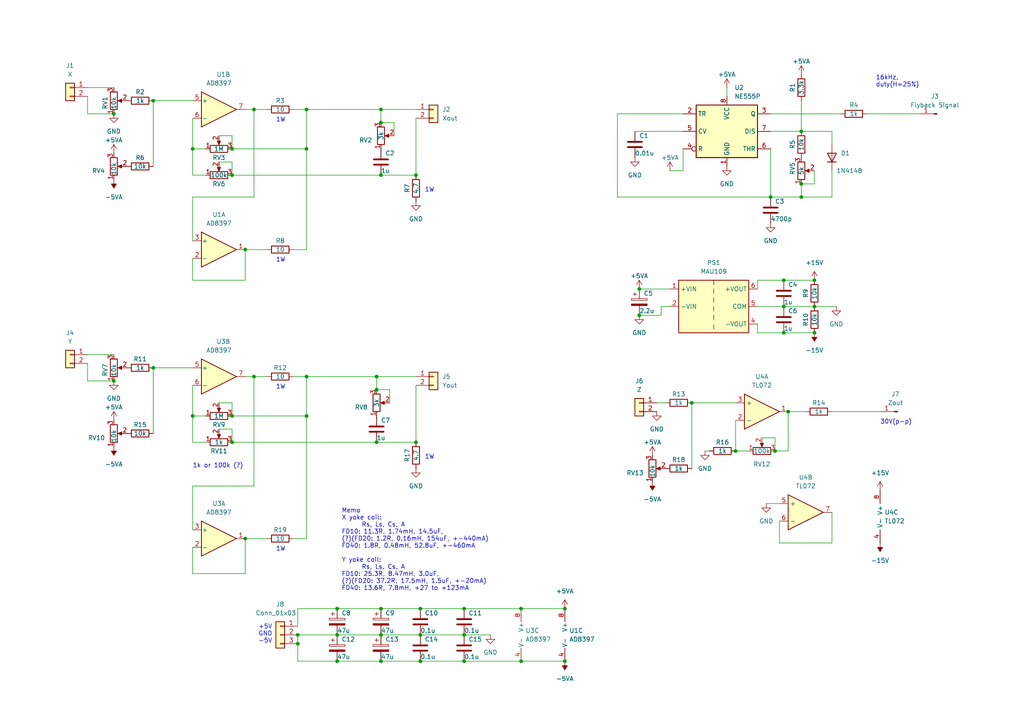
<source format=kicad_sch>
(kicad_sch (version 20230121) (generator eeschema)

  (uuid d1b19a9f-e5c0-4174-819c-f31ee80dffb5)

  (paper "A4")

  (title_block
    (title "XYamp")
    (date "2023-10-17")
    (rev "0.1")
    (company "Ryo Mukai")
  )

  (lib_symbols
    (symbol "000_MyLibrary:1N4148" (pin_numbers hide) (pin_names hide) (in_bom yes) (on_board yes)
      (property "Reference" "D" (at 0 2.54 0)
        (effects (font (size 1.27 1.27)))
      )
      (property "Value" "1N4148" (at 0 -2.54 0)
        (effects (font (size 1.27 1.27)))
      )
      (property "Footprint" "" (at 0 0 0)
        (effects (font (size 1.27 1.27)) hide)
      )
      (property "Datasheet" "" (at 0 0 0)
        (effects (font (size 1.27 1.27)) hide)
      )
      (property "Sim.Device" "D" (at 0 0 0)
        (effects (font (size 1.27 1.27)) hide)
      )
      (property "Sim.Pins" "1=K 2=A" (at 0 0 0)
        (effects (font (size 1.27 1.27)) hide)
      )
      (property "ki_keywords" "diode" (at 0 0 0)
        (effects (font (size 1.27 1.27)) hide)
      )
      (property "ki_description" "General Purpose Rectifier Diode" (at 0 0 0)
        (effects (font (size 1.27 1.27)) hide)
      )
      (property "ki_fp_filters" "D*DO?41*" (at 0 0 0)
        (effects (font (size 1.27 1.27)) hide)
      )
      (symbol "1N4148_0_1"
        (polyline
          (pts
            (xy -1.27 1.27)
            (xy -1.27 -1.27)
          )
          (stroke (width 0.254) (type default))
          (fill (type none))
        )
        (polyline
          (pts
            (xy 1.27 0)
            (xy -1.27 0)
          )
          (stroke (width 0) (type default))
          (fill (type none))
        )
        (polyline
          (pts
            (xy 1.27 1.27)
            (xy 1.27 -1.27)
            (xy -1.27 0)
            (xy 1.27 1.27)
          )
          (stroke (width 0.254) (type default))
          (fill (type none))
        )
      )
      (symbol "1N4148_1_1"
        (pin passive line (at -3.81 0 0) (length 2.54)
          (name "K" (effects (font (size 1.27 1.27))))
          (number "1" (effects (font (size 1.27 1.27))))
        )
        (pin passive line (at 3.81 0 180) (length 2.54)
          (name "A" (effects (font (size 1.27 1.27))))
          (number "2" (effects (font (size 1.27 1.27))))
        )
      )
    )
    (symbol "000_MyLibrary:AD8397" (pin_names (offset 0.127)) (in_bom yes) (on_board yes)
      (property "Reference" "U" (at 0 5.08 0)
        (effects (font (size 1.27 1.27)) (justify left))
      )
      (property "Value" "AD8397" (at 0 -5.08 0)
        (effects (font (size 1.27 1.27)) (justify left))
      )
      (property "Footprint" "000_MyFootprint:SOIC-8-1EP_3.9x4.9mm_P1.27mm_EP2.29x3mm_ThermalVias" (at 0 -7.62 0)
        (effects (font (size 1.27 1.27)) hide)
      )
      (property "Datasheet" "https://www.analog.com/media/en/technical-documentation/data-sheets/AD8397.pdf" (at 0 0 0)
        (effects (font (size 1.27 1.27)) hide)
      )
      (property "ki_locked" "" (at 0 0 0)
        (effects (font (size 1.27 1.27)))
      )
      (property "ki_keywords" "dual opamp" (at 0 0 0)
        (effects (font (size 1.27 1.27)) hide)
      )
      (property "ki_description" "Rail-to-Rail, High Output Current Amplifier" (at 0 0 0)
        (effects (font (size 1.27 1.27)) hide)
      )
      (property "ki_fp_filters" "SOIC*3.9x4.9mm*P1.27mm* DIP*W7.62mm* TO*99* OnSemi*Micro8* TSSOP*3x3mm*P0.65mm* TSSOP*4.4x3mm*P0.65mm* MSOP*3x3mm*P0.65mm* SSOP*3.9x4.9mm*P0.635mm* LFCSP*2x2mm*P0.5mm* *SIP* SOIC*5.3x6.2mm*P1.27mm*" (at 0 0 0)
        (effects (font (size 1.27 1.27)) hide)
      )
      (symbol "AD8397_1_1"
        (polyline
          (pts
            (xy -5.08 5.08)
            (xy 5.08 0)
            (xy -5.08 -5.08)
            (xy -5.08 5.08)
          )
          (stroke (width 0.254) (type default))
          (fill (type background))
        )
        (pin output line (at 7.62 0 180) (length 2.54)
          (name "~" (effects (font (size 1.27 1.27))))
          (number "1" (effects (font (size 1.27 1.27))))
        )
        (pin input line (at -7.62 -2.54 0) (length 2.54)
          (name "-" (effects (font (size 1.27 1.27))))
          (number "2" (effects (font (size 1.27 1.27))))
        )
        (pin input line (at -7.62 2.54 0) (length 2.54)
          (name "+" (effects (font (size 1.27 1.27))))
          (number "3" (effects (font (size 1.27 1.27))))
        )
      )
      (symbol "AD8397_2_1"
        (polyline
          (pts
            (xy -5.08 5.08)
            (xy 5.08 0)
            (xy -5.08 -5.08)
            (xy -5.08 5.08)
          )
          (stroke (width 0.254) (type default))
          (fill (type background))
        )
        (pin input line (at -7.62 2.54 0) (length 2.54)
          (name "+" (effects (font (size 1.27 1.27))))
          (number "5" (effects (font (size 1.27 1.27))))
        )
        (pin input line (at -7.62 -2.54 0) (length 2.54)
          (name "-" (effects (font (size 1.27 1.27))))
          (number "6" (effects (font (size 1.27 1.27))))
        )
        (pin output line (at 7.62 0 180) (length 2.54)
          (name "~" (effects (font (size 1.27 1.27))))
          (number "7" (effects (font (size 1.27 1.27))))
        )
      )
      (symbol "AD8397_3_1"
        (pin power_in line (at -2.54 -7.62 90) (length 3.81)
          (name "V-" (effects (font (size 1.27 1.27))))
          (number "4" (effects (font (size 1.27 1.27))))
        )
        (pin power_in line (at -2.54 7.62 270) (length 3.81)
          (name "V+" (effects (font (size 1.27 1.27))))
          (number "8" (effects (font (size 1.27 1.27))))
        )
      )
    )
    (symbol "000_MyLibrary:C" (pin_numbers hide) (pin_names (offset 0.254)) (in_bom yes) (on_board yes)
      (property "Reference" "C" (at 0.635 2.54 0)
        (effects (font (size 1.27 1.27)) (justify left))
      )
      (property "Value" "C" (at 0.635 -2.54 0)
        (effects (font (size 1.27 1.27)) (justify left))
      )
      (property "Footprint" "" (at 0.9652 -3.81 0)
        (effects (font (size 1.27 1.27)) hide)
      )
      (property "Datasheet" "~" (at 0 0 0)
        (effects (font (size 1.27 1.27)) hide)
      )
      (property "ki_keywords" "cap capacitor" (at 0 0 0)
        (effects (font (size 1.27 1.27)) hide)
      )
      (property "ki_description" "Unpolarized capacitor" (at 0 0 0)
        (effects (font (size 1.27 1.27)) hide)
      )
      (property "ki_fp_filters" "C_*" (at 0 0 0)
        (effects (font (size 1.27 1.27)) hide)
      )
      (symbol "C_0_1"
        (polyline
          (pts
            (xy -2.032 -0.762)
            (xy 2.032 -0.762)
          )
          (stroke (width 0.508) (type default))
          (fill (type none))
        )
        (polyline
          (pts
            (xy -2.032 0.762)
            (xy 2.032 0.762)
          )
          (stroke (width 0.508) (type default))
          (fill (type none))
        )
      )
      (symbol "C_1_1"
        (pin passive line (at 0 3.81 270) (length 2.794)
          (name "~" (effects (font (size 1.27 1.27))))
          (number "1" (effects (font (size 1.27 1.27))))
        )
        (pin passive line (at 0 -3.81 90) (length 2.794)
          (name "~" (effects (font (size 1.27 1.27))))
          (number "2" (effects (font (size 1.27 1.27))))
        )
      )
    )
    (symbol "000_MyLibrary:C_Polarized" (pin_numbers hide) (pin_names (offset 0.254)) (in_bom yes) (on_board yes)
      (property "Reference" "C" (at 0.635 2.54 0)
        (effects (font (size 1.27 1.27)) (justify left))
      )
      (property "Value" "C_Polarized" (at 0.635 -2.54 0)
        (effects (font (size 1.27 1.27)) (justify left))
      )
      (property "Footprint" "" (at 0.9652 -3.81 0)
        (effects (font (size 1.27 1.27)) hide)
      )
      (property "Datasheet" "~" (at 0 0 0)
        (effects (font (size 1.27 1.27)) hide)
      )
      (property "ki_keywords" "cap capacitor" (at 0 0 0)
        (effects (font (size 1.27 1.27)) hide)
      )
      (property "ki_description" "Polarized capacitor" (at 0 0 0)
        (effects (font (size 1.27 1.27)) hide)
      )
      (property "ki_fp_filters" "CP_*" (at 0 0 0)
        (effects (font (size 1.27 1.27)) hide)
      )
      (symbol "C_Polarized_0_1"
        (rectangle (start -2.286 0.508) (end 2.286 1.016)
          (stroke (width 0) (type default))
          (fill (type none))
        )
        (polyline
          (pts
            (xy -1.778 2.286)
            (xy -0.762 2.286)
          )
          (stroke (width 0) (type default))
          (fill (type none))
        )
        (polyline
          (pts
            (xy -1.27 2.794)
            (xy -1.27 1.778)
          )
          (stroke (width 0) (type default))
          (fill (type none))
        )
        (rectangle (start 2.286 -0.508) (end -2.286 -1.016)
          (stroke (width 0) (type default))
          (fill (type outline))
        )
      )
      (symbol "C_Polarized_1_1"
        (pin passive line (at 0 3.81 270) (length 2.794)
          (name "~" (effects (font (size 1.27 1.27))))
          (number "1" (effects (font (size 1.27 1.27))))
        )
        (pin passive line (at 0 -3.81 90) (length 2.794)
          (name "~" (effects (font (size 1.27 1.27))))
          (number "2" (effects (font (size 1.27 1.27))))
        )
      )
    )
    (symbol "000_MyLibrary:Conn_01x01_Pin" (pin_names (offset 1.016) hide) (in_bom yes) (on_board yes)
      (property "Reference" "J" (at 0 2.54 0)
        (effects (font (size 1.27 1.27)))
      )
      (property "Value" "Conn_01x01_Pin" (at 0 -2.54 0)
        (effects (font (size 1.27 1.27)))
      )
      (property "Footprint" "" (at 0 0 0)
        (effects (font (size 1.27 1.27)) hide)
      )
      (property "Datasheet" "~" (at 0 0 0)
        (effects (font (size 1.27 1.27)) hide)
      )
      (property "ki_locked" "" (at 0 0 0)
        (effects (font (size 1.27 1.27)))
      )
      (property "ki_keywords" "connector" (at 0 0 0)
        (effects (font (size 1.27 1.27)) hide)
      )
      (property "ki_description" "Generic connector, single row, 01x01, script generated" (at 0 0 0)
        (effects (font (size 1.27 1.27)) hide)
      )
      (property "ki_fp_filters" "Connector*:*_1x??_*" (at 0 0 0)
        (effects (font (size 1.27 1.27)) hide)
      )
      (symbol "Conn_01x01_Pin_1_1"
        (polyline
          (pts
            (xy 1.27 0)
            (xy 0.8636 0)
          )
          (stroke (width 0.1524) (type default))
          (fill (type none))
        )
        (rectangle (start 0.8636 0.127) (end 0 -0.127)
          (stroke (width 0.1524) (type default))
          (fill (type outline))
        )
        (pin passive line (at 5.08 0 180) (length 3.81)
          (name "Pin_1" (effects (font (size 1.27 1.27))))
          (number "1" (effects (font (size 1.27 1.27))))
        )
      )
    )
    (symbol "000_MyLibrary:Conn_01x02" (pin_names (offset 1.016) hide) (in_bom yes) (on_board yes)
      (property "Reference" "J" (at 0 2.54 0)
        (effects (font (size 1.27 1.27)))
      )
      (property "Value" "Conn_01x02" (at 0 -5.08 0)
        (effects (font (size 1.27 1.27)))
      )
      (property "Footprint" "" (at 0 0 0)
        (effects (font (size 1.27 1.27)) hide)
      )
      (property "Datasheet" "~" (at 0 0 0)
        (effects (font (size 1.27 1.27)) hide)
      )
      (property "ki_keywords" "connector" (at 0 0 0)
        (effects (font (size 1.27 1.27)) hide)
      )
      (property "ki_description" "Generic connector, single row, 01x02, script generated (kicad-library-utils/schlib/autogen/connector/)" (at 0 0 0)
        (effects (font (size 1.27 1.27)) hide)
      )
      (property "ki_fp_filters" "Connector*:*_1x??_*" (at 0 0 0)
        (effects (font (size 1.27 1.27)) hide)
      )
      (symbol "Conn_01x02_1_1"
        (rectangle (start -1.27 -2.413) (end 0 -2.667)
          (stroke (width 0.1524) (type default))
          (fill (type none))
        )
        (rectangle (start -1.27 0.127) (end 0 -0.127)
          (stroke (width 0.1524) (type default))
          (fill (type none))
        )
        (rectangle (start -1.27 1.27) (end 1.27 -3.81)
          (stroke (width 0.254) (type default))
          (fill (type background))
        )
        (pin passive line (at -5.08 0 0) (length 3.81)
          (name "Pin_1" (effects (font (size 1.27 1.27))))
          (number "1" (effects (font (size 1.27 1.27))))
        )
        (pin passive line (at -5.08 -2.54 0) (length 3.81)
          (name "Pin_2" (effects (font (size 1.27 1.27))))
          (number "2" (effects (font (size 1.27 1.27))))
        )
      )
    )
    (symbol "000_MyLibrary:Conn_01x03" (pin_names (offset 1.016) hide) (in_bom yes) (on_board yes)
      (property "Reference" "J" (at 0 5.08 0)
        (effects (font (size 1.27 1.27)))
      )
      (property "Value" "Conn_01x03" (at 0 -5.08 0)
        (effects (font (size 1.27 1.27)))
      )
      (property "Footprint" "" (at 0 0 0)
        (effects (font (size 1.27 1.27)) hide)
      )
      (property "Datasheet" "~" (at 0 0 0)
        (effects (font (size 1.27 1.27)) hide)
      )
      (property "ki_keywords" "connector" (at 0 0 0)
        (effects (font (size 1.27 1.27)) hide)
      )
      (property "ki_description" "Generic connector, single row, 01x03, script generated (kicad-library-utils/schlib/autogen/connector/)" (at 0 0 0)
        (effects (font (size 1.27 1.27)) hide)
      )
      (property "ki_fp_filters" "Connector*:*_1x??_*" (at 0 0 0)
        (effects (font (size 1.27 1.27)) hide)
      )
      (symbol "Conn_01x03_1_1"
        (rectangle (start -1.27 -2.413) (end 0 -2.667)
          (stroke (width 0.1524) (type default))
          (fill (type none))
        )
        (rectangle (start -1.27 0.127) (end 0 -0.127)
          (stroke (width 0.1524) (type default))
          (fill (type none))
        )
        (rectangle (start -1.27 2.667) (end 0 2.413)
          (stroke (width 0.1524) (type default))
          (fill (type none))
        )
        (rectangle (start -1.27 3.81) (end 1.27 -3.81)
          (stroke (width 0.254) (type default))
          (fill (type background))
        )
        (pin passive line (at -5.08 2.54 0) (length 3.81)
          (name "Pin_1" (effects (font (size 1.27 1.27))))
          (number "1" (effects (font (size 1.27 1.27))))
        )
        (pin passive line (at -5.08 0 0) (length 3.81)
          (name "Pin_2" (effects (font (size 1.27 1.27))))
          (number "2" (effects (font (size 1.27 1.27))))
        )
        (pin passive line (at -5.08 -2.54 0) (length 3.81)
          (name "Pin_3" (effects (font (size 1.27 1.27))))
          (number "3" (effects (font (size 1.27 1.27))))
        )
      )
    )
    (symbol "000_MyLibrary:MAU109" (in_bom yes) (on_board yes)
      (property "Reference" "PS" (at 0 11.43 0)
        (effects (font (size 1.27 1.27)))
      )
      (property "Value" "MAU109" (at 0 8.89 0)
        (effects (font (size 1.27 1.27)))
      )
      (property "Footprint" "000_MyFootprint:SIP-6_without_3pin_for_DCDC_MAU" (at 0 -8.89 0)
        (effects (font (size 1.27 1.27) italic) hide)
      )
      (property "Datasheet" "https://akizukidenshi.com/download/ds/minmax/mau.pdf" (at 0 -11.43 0)
        (effects (font (size 1.27 1.27)) hide)
      )
      (property "ki_keywords" "DC/DC converter dcdc" (at 0 0 0)
        (effects (font (size 1.27 1.27)) hide)
      )
      (property "ki_description" "1W Isolated DC/DC Converter Module, 4.5-5.5V input, +15V, -15V  dual output" (at 0 0 0)
        (effects (font (size 1.27 1.27)) hide)
      )
      (property "ki_fp_filters" "*Artesyn*ATA*SMD*" (at 0 0 0)
        (effects (font (size 1.27 1.27)) hide)
      )
      (symbol "MAU109_0_1"
        (rectangle (start -10.16 7.62) (end 10.16 -7.62)
          (stroke (width 0.254) (type default))
          (fill (type background))
        )
        (polyline
          (pts
            (xy 0 -5.3071)
            (xy 0 -6.5771)
          )
          (stroke (width 0) (type default))
          (fill (type none))
        )
        (polyline
          (pts
            (xy 0 -2.54)
            (xy 0 -3.81)
          )
          (stroke (width 0) (type default))
          (fill (type none))
        )
        (polyline
          (pts
            (xy 0 0)
            (xy 0 -1.27)
          )
          (stroke (width 0) (type default))
          (fill (type none))
        )
        (polyline
          (pts
            (xy 0 2.54)
            (xy 0 1.27)
          )
          (stroke (width 0) (type default))
          (fill (type none))
        )
        (polyline
          (pts
            (xy 0 5.08)
            (xy 0 3.81)
          )
          (stroke (width 0) (type default))
          (fill (type none))
        )
        (polyline
          (pts
            (xy 0 7.62)
            (xy 0 6.35)
          )
          (stroke (width 0) (type default))
          (fill (type none))
        )
      )
      (symbol "MAU109_1_1"
        (pin power_in line (at -12.7 5.08 0) (length 2.54)
          (name "+VIN" (effects (font (size 1.27 1.27))))
          (number "1" (effects (font (size 1.27 1.27))))
        )
        (pin power_in line (at -12.7 0 0) (length 2.54)
          (name "-VIN" (effects (font (size 1.27 1.27))))
          (number "2" (effects (font (size 1.27 1.27))))
        )
        (pin power_out line (at 12.7 -5.08 180) (length 2.54)
          (name "-VOUT" (effects (font (size 1.27 1.27))))
          (number "4" (effects (font (size 1.27 1.27))))
        )
        (pin passive line (at 12.7 0 180) (length 2.54)
          (name "COM" (effects (font (size 1.27 1.27))))
          (number "5" (effects (font (size 1.27 1.27))))
        )
        (pin power_out line (at 12.7 5.08 180) (length 2.54)
          (name "+VOUT" (effects (font (size 1.27 1.27))))
          (number "6" (effects (font (size 1.27 1.27))))
        )
      )
    )
    (symbol "000_MyLibrary:NE555P" (in_bom yes) (on_board yes)
      (property "Reference" "U" (at -10.16 8.89 0)
        (effects (font (size 1.27 1.27)) (justify left))
      )
      (property "Value" "NE555P" (at 2.54 8.89 0)
        (effects (font (size 1.27 1.27)) (justify left))
      )
      (property "Footprint" "Package_DIP:DIP-8_W7.62mm" (at 16.51 -10.16 0)
        (effects (font (size 1.27 1.27)) hide)
      )
      (property "Datasheet" "http://www.ti.com/lit/ds/symlink/ne555.pdf" (at 21.59 -10.16 0)
        (effects (font (size 1.27 1.27)) hide)
      )
      (property "ki_keywords" "single timer 555" (at 0 0 0)
        (effects (font (size 1.27 1.27)) hide)
      )
      (property "ki_description" "Precision Timers, 555 compatible,  PDIP-8" (at 0 0 0)
        (effects (font (size 1.27 1.27)) hide)
      )
      (property "ki_fp_filters" "DIP*W7.62mm*" (at 0 0 0)
        (effects (font (size 1.27 1.27)) hide)
      )
      (symbol "NE555P_0_0"
        (pin power_in line (at 0 -10.16 90) (length 2.54)
          (name "GND" (effects (font (size 1.27 1.27))))
          (number "1" (effects (font (size 1.27 1.27))))
        )
        (pin power_in line (at 0 10.16 270) (length 2.54)
          (name "VCC" (effects (font (size 1.27 1.27))))
          (number "8" (effects (font (size 1.27 1.27))))
        )
      )
      (symbol "NE555P_0_1"
        (rectangle (start -8.89 -7.62) (end 8.89 7.62)
          (stroke (width 0.254) (type default))
          (fill (type background))
        )
        (rectangle (start -8.89 -7.62) (end 8.89 7.62)
          (stroke (width 0.254) (type default))
          (fill (type background))
        )
      )
      (symbol "NE555P_1_1"
        (pin input line (at -12.7 5.08 0) (length 3.81)
          (name "TR" (effects (font (size 1.27 1.27))))
          (number "2" (effects (font (size 1.27 1.27))))
        )
        (pin output line (at 12.7 5.08 180) (length 3.81)
          (name "Q" (effects (font (size 1.27 1.27))))
          (number "3" (effects (font (size 1.27 1.27))))
        )
        (pin input inverted (at -12.7 -5.08 0) (length 3.81)
          (name "R" (effects (font (size 1.27 1.27))))
          (number "4" (effects (font (size 1.27 1.27))))
        )
        (pin input line (at -12.7 0 0) (length 3.81)
          (name "CV" (effects (font (size 1.27 1.27))))
          (number "5" (effects (font (size 1.27 1.27))))
        )
        (pin input line (at 12.7 -5.08 180) (length 3.81)
          (name "THR" (effects (font (size 1.27 1.27))))
          (number "6" (effects (font (size 1.27 1.27))))
        )
        (pin input line (at 12.7 0 180) (length 3.81)
          (name "DIS" (effects (font (size 1.27 1.27))))
          (number "7" (effects (font (size 1.27 1.27))))
        )
      )
    )
    (symbol "000_MyLibrary:Opamp_Dual" (in_bom yes) (on_board yes)
      (property "Reference" "U" (at 0 5.08 0)
        (effects (font (size 1.27 1.27)) (justify left))
      )
      (property "Value" "Opamp_Dual" (at 0 -5.08 0)
        (effects (font (size 1.27 1.27)) (justify left))
      )
      (property "Footprint" "" (at 0 0 0)
        (effects (font (size 1.27 1.27)) hide)
      )
      (property "Datasheet" "~" (at 0 0 0)
        (effects (font (size 1.27 1.27)) hide)
      )
      (property "ki_locked" "" (at 0 0 0)
        (effects (font (size 1.27 1.27)))
      )
      (property "ki_keywords" "dual opamp" (at 0 0 0)
        (effects (font (size 1.27 1.27)) hide)
      )
      (property "ki_description" "Dual operational amplifier" (at 0 0 0)
        (effects (font (size 1.27 1.27)) hide)
      )
      (property "ki_fp_filters" "SOIC*3.9x4.9mm*P1.27mm* DIP*W7.62mm* MSOP*3x3mm*P0.65mm* SSOP*2.95x2.8mm*P0.65mm* TSSOP*3x3mm*P0.65mm* VSSOP*P0.5mm* TO?99*" (at 0 0 0)
        (effects (font (size 1.27 1.27)) hide)
      )
      (symbol "Opamp_Dual_1_1"
        (polyline
          (pts
            (xy -5.08 5.08)
            (xy 5.08 0)
            (xy -5.08 -5.08)
            (xy -5.08 5.08)
          )
          (stroke (width 0.254) (type default))
          (fill (type background))
        )
        (pin output line (at 7.62 0 180) (length 2.54)
          (name "~" (effects (font (size 1.27 1.27))))
          (number "1" (effects (font (size 1.27 1.27))))
        )
        (pin input line (at -7.62 -2.54 0) (length 2.54)
          (name "-" (effects (font (size 1.27 1.27))))
          (number "2" (effects (font (size 1.27 1.27))))
        )
        (pin input line (at -7.62 2.54 0) (length 2.54)
          (name "+" (effects (font (size 1.27 1.27))))
          (number "3" (effects (font (size 1.27 1.27))))
        )
      )
      (symbol "Opamp_Dual_2_1"
        (polyline
          (pts
            (xy -5.08 5.08)
            (xy 5.08 0)
            (xy -5.08 -5.08)
            (xy -5.08 5.08)
          )
          (stroke (width 0.254) (type default))
          (fill (type background))
        )
        (pin input line (at -7.62 2.54 0) (length 2.54)
          (name "+" (effects (font (size 1.27 1.27))))
          (number "5" (effects (font (size 1.27 1.27))))
        )
        (pin input line (at -7.62 -2.54 0) (length 2.54)
          (name "-" (effects (font (size 1.27 1.27))))
          (number "6" (effects (font (size 1.27 1.27))))
        )
        (pin output line (at 7.62 0 180) (length 2.54)
          (name "~" (effects (font (size 1.27 1.27))))
          (number "7" (effects (font (size 1.27 1.27))))
        )
      )
      (symbol "Opamp_Dual_3_1"
        (pin power_in line (at -2.54 -7.62 90) (length 3.81)
          (name "V-" (effects (font (size 1.27 1.27))))
          (number "4" (effects (font (size 1.27 1.27))))
        )
        (pin power_in line (at -2.54 7.62 270) (length 3.81)
          (name "V+" (effects (font (size 1.27 1.27))))
          (number "8" (effects (font (size 1.27 1.27))))
        )
      )
    )
    (symbol "000_MyLibrary:R" (pin_numbers hide) (pin_names (offset 0)) (in_bom yes) (on_board yes)
      (property "Reference" "R" (at 2.032 0 90)
        (effects (font (size 1.27 1.27)))
      )
      (property "Value" "R" (at 0 0 90)
        (effects (font (size 1.27 1.27)))
      )
      (property "Footprint" "" (at -1.778 0 90)
        (effects (font (size 1.27 1.27)) hide)
      )
      (property "Datasheet" "~" (at 0 0 0)
        (effects (font (size 1.27 1.27)) hide)
      )
      (property "ki_keywords" "R res resistor" (at 0 0 0)
        (effects (font (size 1.27 1.27)) hide)
      )
      (property "ki_description" "Resistor" (at 0 0 0)
        (effects (font (size 1.27 1.27)) hide)
      )
      (property "ki_fp_filters" "R_*" (at 0 0 0)
        (effects (font (size 1.27 1.27)) hide)
      )
      (symbol "R_0_1"
        (rectangle (start -1.016 -2.54) (end 1.016 2.54)
          (stroke (width 0.254) (type default))
          (fill (type none))
        )
      )
      (symbol "R_1_1"
        (pin passive line (at 0 3.81 270) (length 1.27)
          (name "~" (effects (font (size 1.27 1.27))))
          (number "1" (effects (font (size 1.27 1.27))))
        )
        (pin passive line (at 0 -3.81 90) (length 1.27)
          (name "~" (effects (font (size 1.27 1.27))))
          (number "2" (effects (font (size 1.27 1.27))))
        )
      )
    )
    (symbol "000_MyLibrary:R_Potentiometer" (pin_names (offset 1.016) hide) (in_bom yes) (on_board yes)
      (property "Reference" "RV" (at -4.445 0 90)
        (effects (font (size 1.27 1.27)))
      )
      (property "Value" "R_Potentiometer" (at -2.54 0 90)
        (effects (font (size 1.27 1.27)))
      )
      (property "Footprint" "" (at 0 0 0)
        (effects (font (size 1.27 1.27)) hide)
      )
      (property "Datasheet" "~" (at 0 0 0)
        (effects (font (size 1.27 1.27)) hide)
      )
      (property "ki_keywords" "resistor variable" (at 0 0 0)
        (effects (font (size 1.27 1.27)) hide)
      )
      (property "ki_description" "Potentiometer" (at 0 0 0)
        (effects (font (size 1.27 1.27)) hide)
      )
      (property "ki_fp_filters" "Potentiometer*" (at 0 0 0)
        (effects (font (size 1.27 1.27)) hide)
      )
      (symbol "R_Potentiometer_0_1"
        (polyline
          (pts
            (xy 2.54 0)
            (xy 1.524 0)
          )
          (stroke (width 0) (type default))
          (fill (type none))
        )
        (polyline
          (pts
            (xy 1.143 0)
            (xy 2.286 0.508)
            (xy 2.286 -0.508)
            (xy 1.143 0)
          )
          (stroke (width 0) (type default))
          (fill (type outline))
        )
        (rectangle (start 1.016 2.54) (end -1.016 -2.54)
          (stroke (width 0.254) (type default))
          (fill (type none))
        )
      )
      (symbol "R_Potentiometer_1_1"
        (pin passive line (at 0 3.81 270) (length 1.27)
          (name "1" (effects (font (size 1.27 1.27))))
          (number "1" (effects (font (size 1.27 1.27))))
        )
        (pin passive line (at 3.81 0 180) (length 1.27)
          (name "2" (effects (font (size 1.27 1.27))))
          (number "2" (effects (font (size 1.27 1.27))))
        )
        (pin passive line (at 0 -3.81 90) (length 1.27)
          (name "3" (effects (font (size 1.27 1.27))))
          (number "3" (effects (font (size 1.27 1.27))))
        )
      )
    )
    (symbol "power:+15V" (power) (pin_names (offset 0)) (in_bom yes) (on_board yes)
      (property "Reference" "#PWR" (at 0 -3.81 0)
        (effects (font (size 1.27 1.27)) hide)
      )
      (property "Value" "+15V" (at 0 3.556 0)
        (effects (font (size 1.27 1.27)))
      )
      (property "Footprint" "" (at 0 0 0)
        (effects (font (size 1.27 1.27)) hide)
      )
      (property "Datasheet" "" (at 0 0 0)
        (effects (font (size 1.27 1.27)) hide)
      )
      (property "ki_keywords" "global power" (at 0 0 0)
        (effects (font (size 1.27 1.27)) hide)
      )
      (property "ki_description" "Power symbol creates a global label with name \"+15V\"" (at 0 0 0)
        (effects (font (size 1.27 1.27)) hide)
      )
      (symbol "+15V_0_1"
        (polyline
          (pts
            (xy -0.762 1.27)
            (xy 0 2.54)
          )
          (stroke (width 0) (type default))
          (fill (type none))
        )
        (polyline
          (pts
            (xy 0 0)
            (xy 0 2.54)
          )
          (stroke (width 0) (type default))
          (fill (type none))
        )
        (polyline
          (pts
            (xy 0 2.54)
            (xy 0.762 1.27)
          )
          (stroke (width 0) (type default))
          (fill (type none))
        )
      )
      (symbol "+15V_1_1"
        (pin power_in line (at 0 0 90) (length 0) hide
          (name "+15V" (effects (font (size 1.27 1.27))))
          (number "1" (effects (font (size 1.27 1.27))))
        )
      )
    )
    (symbol "power:+5VA" (power) (pin_names (offset 0)) (in_bom yes) (on_board yes)
      (property "Reference" "#PWR" (at 0 -3.81 0)
        (effects (font (size 1.27 1.27)) hide)
      )
      (property "Value" "+5VA" (at 0 3.556 0)
        (effects (font (size 1.27 1.27)))
      )
      (property "Footprint" "" (at 0 0 0)
        (effects (font (size 1.27 1.27)) hide)
      )
      (property "Datasheet" "" (at 0 0 0)
        (effects (font (size 1.27 1.27)) hide)
      )
      (property "ki_keywords" "global power" (at 0 0 0)
        (effects (font (size 1.27 1.27)) hide)
      )
      (property "ki_description" "Power symbol creates a global label with name \"+5VA\"" (at 0 0 0)
        (effects (font (size 1.27 1.27)) hide)
      )
      (symbol "+5VA_0_1"
        (polyline
          (pts
            (xy -0.762 1.27)
            (xy 0 2.54)
          )
          (stroke (width 0) (type default))
          (fill (type none))
        )
        (polyline
          (pts
            (xy 0 0)
            (xy 0 2.54)
          )
          (stroke (width 0) (type default))
          (fill (type none))
        )
        (polyline
          (pts
            (xy 0 2.54)
            (xy 0.762 1.27)
          )
          (stroke (width 0) (type default))
          (fill (type none))
        )
      )
      (symbol "+5VA_1_1"
        (pin power_in line (at 0 0 90) (length 0) hide
          (name "+5VA" (effects (font (size 1.27 1.27))))
          (number "1" (effects (font (size 1.27 1.27))))
        )
      )
    )
    (symbol "power:-15V" (power) (pin_names (offset 0)) (in_bom yes) (on_board yes)
      (property "Reference" "#PWR" (at 0 2.54 0)
        (effects (font (size 1.27 1.27)) hide)
      )
      (property "Value" "-15V" (at 0 3.81 0)
        (effects (font (size 1.27 1.27)))
      )
      (property "Footprint" "" (at 0 0 0)
        (effects (font (size 1.27 1.27)) hide)
      )
      (property "Datasheet" "" (at 0 0 0)
        (effects (font (size 1.27 1.27)) hide)
      )
      (property "ki_keywords" "global power" (at 0 0 0)
        (effects (font (size 1.27 1.27)) hide)
      )
      (property "ki_description" "Power symbol creates a global label with name \"-15V\"" (at 0 0 0)
        (effects (font (size 1.27 1.27)) hide)
      )
      (symbol "-15V_0_0"
        (pin power_in line (at 0 0 90) (length 0) hide
          (name "-15V" (effects (font (size 1.27 1.27))))
          (number "1" (effects (font (size 1.27 1.27))))
        )
      )
      (symbol "-15V_0_1"
        (polyline
          (pts
            (xy 0 0)
            (xy 0 1.27)
            (xy 0.762 1.27)
            (xy 0 2.54)
            (xy -0.762 1.27)
            (xy 0 1.27)
          )
          (stroke (width 0) (type default))
          (fill (type outline))
        )
      )
    )
    (symbol "power:-5VA" (power) (pin_names (offset 0)) (in_bom yes) (on_board yes)
      (property "Reference" "#PWR" (at 0 2.54 0)
        (effects (font (size 1.27 1.27)) hide)
      )
      (property "Value" "-5VA" (at 0 3.81 0)
        (effects (font (size 1.27 1.27)))
      )
      (property "Footprint" "" (at 0 0 0)
        (effects (font (size 1.27 1.27)) hide)
      )
      (property "Datasheet" "" (at 0 0 0)
        (effects (font (size 1.27 1.27)) hide)
      )
      (property "ki_keywords" "global power" (at 0 0 0)
        (effects (font (size 1.27 1.27)) hide)
      )
      (property "ki_description" "Power symbol creates a global label with name \"-5VA\"" (at 0 0 0)
        (effects (font (size 1.27 1.27)) hide)
      )
      (symbol "-5VA_0_0"
        (pin power_in line (at 0 0 90) (length 0) hide
          (name "-5VA" (effects (font (size 1.27 1.27))))
          (number "1" (effects (font (size 1.27 1.27))))
        )
      )
      (symbol "-5VA_0_1"
        (polyline
          (pts
            (xy 0 0)
            (xy 0 1.27)
            (xy 0.762 1.27)
            (xy 0 2.54)
            (xy -0.762 1.27)
            (xy 0 1.27)
          )
          (stroke (width 0) (type default))
          (fill (type outline))
        )
      )
    )
    (symbol "power:GND" (power) (pin_names (offset 0)) (in_bom yes) (on_board yes)
      (property "Reference" "#PWR" (at 0 -6.35 0)
        (effects (font (size 1.27 1.27)) hide)
      )
      (property "Value" "GND" (at 0 -3.81 0)
        (effects (font (size 1.27 1.27)))
      )
      (property "Footprint" "" (at 0 0 0)
        (effects (font (size 1.27 1.27)) hide)
      )
      (property "Datasheet" "" (at 0 0 0)
        (effects (font (size 1.27 1.27)) hide)
      )
      (property "ki_keywords" "global power" (at 0 0 0)
        (effects (font (size 1.27 1.27)) hide)
      )
      (property "ki_description" "Power symbol creates a global label with name \"GND\" , ground" (at 0 0 0)
        (effects (font (size 1.27 1.27)) hide)
      )
      (symbol "GND_0_1"
        (polyline
          (pts
            (xy 0 0)
            (xy 0 -1.27)
            (xy 1.27 -1.27)
            (xy 0 -2.54)
            (xy -1.27 -1.27)
            (xy 0 -1.27)
          )
          (stroke (width 0) (type default))
          (fill (type none))
        )
      )
      (symbol "GND_1_1"
        (pin power_in line (at 0 0 270) (length 0) hide
          (name "GND" (effects (font (size 1.27 1.27))))
          (number "1" (effects (font (size 1.27 1.27))))
        )
      )
    )
  )

  (junction (at 134.62 184.15) (diameter 0) (color 0 0 0 0)
    (uuid 003cc36b-9ded-424d-82a6-7726b4f721e2)
  )
  (junction (at 44.45 29.21) (diameter 0) (color 0 0 0 0)
    (uuid 0114004f-ec00-4891-beed-3beea984a39d)
  )
  (junction (at 121.92 191.77) (diameter 0) (color 0 0 0 0)
    (uuid 0619d464-f268-4e3c-9ab3-8af19e5e4fa2)
  )
  (junction (at 185.42 91.44) (diameter 0) (color 0 0 0 0)
    (uuid 099f40da-c7fa-446f-b2c0-44e983b0eca9)
  )
  (junction (at 33.02 33.02) (diameter 0) (color 0 0 0 0)
    (uuid 135a82bb-a64e-4145-91f1-bbfb4d67473b)
  )
  (junction (at 151.13 176.53) (diameter 0) (color 0 0 0 0)
    (uuid 19971bd4-f570-49c2-ad38-97d9f66c67ef)
  )
  (junction (at 236.22 88.9) (diameter 0) (color 0 0 0 0)
    (uuid 19dc12fd-7f74-46dd-bada-2840524b1e3b)
  )
  (junction (at 109.22 109.22) (diameter 0) (color 0 0 0 0)
    (uuid 1e8d7b8b-b106-42d8-b33f-29f5080ebaf9)
  )
  (junction (at 120.65 50.8) (diameter 0) (color 0 0 0 0)
    (uuid 20402b8b-13e5-405d-a3dd-69046f7e8507)
  )
  (junction (at 97.79 191.77) (diameter 0) (color 0 0 0 0)
    (uuid 2b69d97b-8f11-49ac-971c-4404aed18153)
  )
  (junction (at 151.13 191.77) (diameter 0) (color 0 0 0 0)
    (uuid 2fdc8c7d-a5fc-45ff-aa51-5cb8bf7704e4)
  )
  (junction (at 120.65 128.27) (diameter 0) (color 0 0 0 0)
    (uuid 32304fff-2e3d-43f0-82a6-a90c08ba1ddb)
  )
  (junction (at 232.41 53.34) (diameter 0) (color 0 0 0 0)
    (uuid 3854d900-06f1-4175-9c17-3ddb916ec27d)
  )
  (junction (at 121.92 176.53) (diameter 0) (color 0 0 0 0)
    (uuid 3f52fc2b-4686-4c70-92e3-997f137431ea)
  )
  (junction (at 163.83 176.53) (diameter 0) (color 0 0 0 0)
    (uuid 456a31ff-a5d5-4501-a761-dc61c9609c3e)
  )
  (junction (at 185.42 83.82) (diameter 0) (color 0 0 0 0)
    (uuid 479222ac-e2f9-4c6f-9800-c992775d7d84)
  )
  (junction (at 110.49 50.8) (diameter 0) (color 0 0 0 0)
    (uuid 47f83f8c-7192-4dc2-a0ba-08d4331e2e8d)
  )
  (junction (at 232.41 38.1) (diameter 0) (color 0 0 0 0)
    (uuid 4a6871b9-33b4-4e48-abbc-296c6b53a903)
  )
  (junction (at 88.9 120.65) (diameter 0) (color 0 0 0 0)
    (uuid 4c10cca4-ba73-47a5-863c-3cbb15dd7d68)
  )
  (junction (at 86.36 184.15) (diameter 0) (color 0 0 0 0)
    (uuid 4c433680-2256-496a-9e0c-540534e16078)
  )
  (junction (at 227.33 88.9) (diameter 0) (color 0 0 0 0)
    (uuid 4d8ed354-30b2-4cb4-80de-e30f9642b15c)
  )
  (junction (at 227.33 96.52) (diameter 0) (color 0 0 0 0)
    (uuid 4ef51214-82f1-48b2-b981-3c3d434599d0)
  )
  (junction (at 109.22 128.27) (diameter 0) (color 0 0 0 0)
    (uuid 50486905-c516-4389-a1b9-4f203576a76f)
  )
  (junction (at 67.31 128.27) (diameter 0) (color 0 0 0 0)
    (uuid 54ad369e-48d0-4ba6-8208-0bffe595f6b0)
  )
  (junction (at 44.45 106.68) (diameter 0) (color 0 0 0 0)
    (uuid 55adb336-e4f7-4dfa-9b45-e5e4466cfddb)
  )
  (junction (at 134.62 176.53) (diameter 0) (color 0 0 0 0)
    (uuid 57cb2b4b-8b59-44b1-ac3c-c359756b64e3)
  )
  (junction (at 223.52 57.15) (diameter 0) (color 0 0 0 0)
    (uuid 5859a7d6-bac9-44e2-b61a-cd5ef7fe3eef)
  )
  (junction (at 200.66 116.84) (diameter 0) (color 0 0 0 0)
    (uuid 5e52a7ee-4fdf-4ec9-a13b-608a6e6b38ae)
  )
  (junction (at 228.6 119.38) (diameter 0) (color 0 0 0 0)
    (uuid 64311b19-8f94-44ff-a00a-7bd58c5a2218)
  )
  (junction (at 71.12 72.39) (diameter 0) (color 0 0 0 0)
    (uuid 647f1d30-59a8-4796-a703-0e8ba4e9c38d)
  )
  (junction (at 213.36 130.81) (diameter 0) (color 0 0 0 0)
    (uuid 64ab62a0-261b-4474-ad7a-ac141dd1e9c1)
  )
  (junction (at 236.22 96.52) (diameter 0) (color 0 0 0 0)
    (uuid 6a2e8363-d395-49fb-a433-548acacb4b4d)
  )
  (junction (at 109.22 113.03) (diameter 0) (color 0 0 0 0)
    (uuid 6f96080b-e5d5-495e-8cac-a46d37d0255b)
  )
  (junction (at 55.88 120.65) (diameter 0) (color 0 0 0 0)
    (uuid 72f98642-5e2a-4c1a-ad00-bdcc89b28339)
  )
  (junction (at 110.49 31.75) (diameter 0) (color 0 0 0 0)
    (uuid 760f6db8-5e63-4d15-935d-70cb3a78a687)
  )
  (junction (at 86.36 186.69) (diameter 0) (color 0 0 0 0)
    (uuid 7b30f775-2426-49f5-97ec-1fcdc5098ca1)
  )
  (junction (at 97.79 184.15) (diameter 0) (color 0 0 0 0)
    (uuid 7c559105-0fda-4bde-aabb-2d9bd8365892)
  )
  (junction (at 110.49 191.77) (diameter 0) (color 0 0 0 0)
    (uuid 88584530-38da-4d37-825c-e40b55535e97)
  )
  (junction (at 73.66 109.22) (diameter 0) (color 0 0 0 0)
    (uuid 8f52292b-44af-4a13-a688-9abed8aaba70)
  )
  (junction (at 73.66 31.75) (diameter 0) (color 0 0 0 0)
    (uuid 8fbdb9ff-bb71-461f-a4de-33edd0e0e191)
  )
  (junction (at 110.49 35.56) (diameter 0) (color 0 0 0 0)
    (uuid 92b199f0-c581-4f9c-98ea-35a4623da181)
  )
  (junction (at 67.31 50.8) (diameter 0) (color 0 0 0 0)
    (uuid 94fddcc1-a6d2-4ebb-9a42-df49e580cb58)
  )
  (junction (at 121.92 184.15) (diameter 0) (color 0 0 0 0)
    (uuid 972133a5-2aa3-4793-998c-f229dc28063e)
  )
  (junction (at 236.22 81.28) (diameter 0) (color 0 0 0 0)
    (uuid abb9e5bd-83e9-4d7b-b725-11548158ef53)
  )
  (junction (at 88.9 31.75) (diameter 0) (color 0 0 0 0)
    (uuid b0eab817-fa67-4808-9a7d-b7adbbead833)
  )
  (junction (at 134.62 191.77) (diameter 0) (color 0 0 0 0)
    (uuid bc19f6f3-84ec-42b8-9a08-df561a12833b)
  )
  (junction (at 110.49 184.15) (diameter 0) (color 0 0 0 0)
    (uuid be1beb19-e463-4196-a66a-a456ce83ea2c)
  )
  (junction (at 88.9 109.22) (diameter 0) (color 0 0 0 0)
    (uuid c2649ad7-60c0-415a-8980-8a6197d16df3)
  )
  (junction (at 110.49 176.53) (diameter 0) (color 0 0 0 0)
    (uuid c68dd7bc-4c1f-4fb1-a7f5-60d28c98ec27)
  )
  (junction (at 163.83 191.77) (diameter 0) (color 0 0 0 0)
    (uuid c8555287-fa91-431e-9a5e-dfd03a958cb1)
  )
  (junction (at 227.33 81.28) (diameter 0) (color 0 0 0 0)
    (uuid cb326166-16ec-497a-b89a-cb12fab81460)
  )
  (junction (at 55.88 43.18) (diameter 0) (color 0 0 0 0)
    (uuid ce0c5582-cf81-49e3-a12b-8e0a2be888ac)
  )
  (junction (at 33.02 110.49) (diameter 0) (color 0 0 0 0)
    (uuid d8d43d7a-f6fc-4840-82c5-53cffcf73c8b)
  )
  (junction (at 224.79 130.81) (diameter 0) (color 0 0 0 0)
    (uuid dd1a0cd7-354f-45c4-b57d-03c5540e26f0)
  )
  (junction (at 232.41 57.15) (diameter 0) (color 0 0 0 0)
    (uuid e26ba21a-0523-4bc2-a9cf-caa213d26a3f)
  )
  (junction (at 67.31 120.65) (diameter 0) (color 0 0 0 0)
    (uuid e8220eb5-1c0a-4fbf-bbcd-59c649048d92)
  )
  (junction (at 97.79 176.53) (diameter 0) (color 0 0 0 0)
    (uuid edce10dd-da0a-4341-9ad0-048160ca7b8d)
  )
  (junction (at 67.31 43.18) (diameter 0) (color 0 0 0 0)
    (uuid f4774af2-f0c8-4c3f-80a5-367076212a61)
  )
  (junction (at 71.12 156.21) (diameter 0) (color 0 0 0 0)
    (uuid f48a421d-50b8-42c9-9446-a73b8d25cb69)
  )
  (junction (at 88.9 43.18) (diameter 0) (color 0 0 0 0)
    (uuid fdeb6b1d-e0cb-4939-bbbb-96a03ccc013e)
  )

  (wire (pts (xy 191.77 88.9) (xy 194.31 88.9))
    (stroke (width 0) (type default))
    (uuid 025193f4-c7e4-466b-9bee-45ebdf7e2cf0)
  )
  (wire (pts (xy 241.3 38.1) (xy 241.3 41.91))
    (stroke (width 0) (type default))
    (uuid 0386bcc0-6096-4961-9fed-bd9d27f9ad5a)
  )
  (wire (pts (xy 219.71 81.28) (xy 227.33 81.28))
    (stroke (width 0) (type default))
    (uuid 0393199d-08b1-43c1-8751-4d2d72dc2e73)
  )
  (wire (pts (xy 120.65 111.76) (xy 120.65 128.27))
    (stroke (width 0) (type default))
    (uuid 04574a51-e1d4-42ef-b472-7041041603ae)
  )
  (wire (pts (xy 71.12 72.39) (xy 71.12 81.28))
    (stroke (width 0) (type default))
    (uuid 05e81082-f9fc-4ab8-81d5-9d02322d3ebc)
  )
  (wire (pts (xy 204.47 130.81) (xy 205.74 130.81))
    (stroke (width 0) (type default))
    (uuid 076df43a-2167-498e-98f1-cf516b6d078f)
  )
  (wire (pts (xy 67.31 128.27) (xy 109.22 128.27))
    (stroke (width 0) (type default))
    (uuid 084375d6-407b-41c1-b8dc-57bcb520aec7)
  )
  (wire (pts (xy 226.06 151.13) (xy 226.06 157.48))
    (stroke (width 0) (type default))
    (uuid 0a612a98-355e-4bae-971c-ab158e9e98e1)
  )
  (wire (pts (xy 243.84 33.02) (xy 223.52 33.02))
    (stroke (width 0) (type default))
    (uuid 0ad4a8e2-ed80-40c5-b6d8-9f81fd728143)
  )
  (wire (pts (xy 179.07 57.15) (xy 223.52 57.15))
    (stroke (width 0) (type default))
    (uuid 0b2b1a38-d50b-488b-80fa-ab232df949b7)
  )
  (wire (pts (xy 55.88 43.18) (xy 55.88 50.8))
    (stroke (width 0) (type default))
    (uuid 0d90971e-4466-4f3a-ab5e-474cc70e61e9)
  )
  (wire (pts (xy 67.31 124.46) (xy 67.31 128.27))
    (stroke (width 0) (type default))
    (uuid 0fe1d5ee-0b65-464c-b3e2-07c1292ddcdf)
  )
  (wire (pts (xy 151.13 191.77) (xy 163.83 191.77))
    (stroke (width 0) (type default))
    (uuid 12b787d3-e9b0-462f-a62a-2f4013d70cee)
  )
  (wire (pts (xy 55.88 111.76) (xy 55.88 120.65))
    (stroke (width 0) (type default))
    (uuid 12f87258-da27-46a6-8e03-f8f7b64358e1)
  )
  (wire (pts (xy 109.22 109.22) (xy 109.22 113.03))
    (stroke (width 0) (type default))
    (uuid 133a7d5d-11f8-4474-9ac2-d0a76cd95e02)
  )
  (wire (pts (xy 86.36 184.15) (xy 97.79 184.15))
    (stroke (width 0) (type default))
    (uuid 15d4b12d-b9a6-4e59-b93b-f80916749545)
  )
  (wire (pts (xy 71.12 72.39) (xy 77.47 72.39))
    (stroke (width 0) (type default))
    (uuid 1793101b-728c-4fa7-a57f-d8ca76186296)
  )
  (wire (pts (xy 25.4 110.49) (xy 33.02 110.49))
    (stroke (width 0) (type default))
    (uuid 18174084-a19b-4774-ada6-005afdb3d0a2)
  )
  (wire (pts (xy 232.41 53.34) (xy 236.22 53.34))
    (stroke (width 0) (type default))
    (uuid 1941bdc6-2273-495a-8b4c-2996a6bbfa79)
  )
  (wire (pts (xy 210.82 25.4) (xy 210.82 27.94))
    (stroke (width 0) (type default))
    (uuid 1a9a5801-dde2-4b58-9a9f-103f51ec0634)
  )
  (wire (pts (xy 236.22 49.53) (xy 236.22 53.34))
    (stroke (width 0) (type default))
    (uuid 1b6e29b9-39c4-4af8-a6dc-bf4e2f88e659)
  )
  (wire (pts (xy 194.31 49.53) (xy 198.12 49.53))
    (stroke (width 0) (type default))
    (uuid 1c1fb990-a153-45e8-bc87-dc5e66dffee8)
  )
  (wire (pts (xy 67.31 120.65) (xy 88.9 120.65))
    (stroke (width 0) (type default))
    (uuid 1e897fb0-5cf8-4ed4-b8b0-e7fc471922a3)
  )
  (wire (pts (xy 232.41 38.1) (xy 241.3 38.1))
    (stroke (width 0) (type default))
    (uuid 21ae47c4-2b25-4b15-8ab3-c99a41c083bb)
  )
  (wire (pts (xy 241.3 57.15) (xy 241.3 49.53))
    (stroke (width 0) (type default))
    (uuid 249ae21f-aadb-42ac-ac20-ab4d9c4341b2)
  )
  (wire (pts (xy 25.4 27.94) (xy 25.4 33.02))
    (stroke (width 0) (type default))
    (uuid 2556db1b-a2b8-41c8-a48d-a693bb2376cd)
  )
  (wire (pts (xy 59.69 128.27) (xy 55.88 128.27))
    (stroke (width 0) (type default))
    (uuid 25adab80-1574-4468-bd44-a839876159bb)
  )
  (wire (pts (xy 232.41 29.21) (xy 232.41 38.1))
    (stroke (width 0) (type default))
    (uuid 28710ca5-0c51-41ad-b31e-e79a08da1745)
  )
  (wire (pts (xy 71.12 31.75) (xy 73.66 31.75))
    (stroke (width 0) (type default))
    (uuid 298403f6-c3aa-4e12-89cc-30cae9c7805d)
  )
  (wire (pts (xy 232.41 53.34) (xy 232.41 57.15))
    (stroke (width 0) (type default))
    (uuid 2b38d902-c880-44d3-ac7a-4c81152d8cff)
  )
  (wire (pts (xy 63.5 39.37) (xy 67.31 39.37))
    (stroke (width 0) (type default))
    (uuid 2bb03386-5513-4f6f-af3d-7c13b8008937)
  )
  (wire (pts (xy 97.79 191.77) (xy 110.49 191.77))
    (stroke (width 0) (type default))
    (uuid 2f07efbb-bafc-4653-801d-9b491a241e02)
  )
  (wire (pts (xy 134.62 184.15) (xy 142.24 184.15))
    (stroke (width 0) (type default))
    (uuid 378a62cd-e8ab-475d-9d46-0903b905ff94)
  )
  (wire (pts (xy 219.71 93.98) (xy 219.71 96.52))
    (stroke (width 0) (type default))
    (uuid 38ebfc19-45a4-4863-838f-2dccc9dda776)
  )
  (wire (pts (xy 219.71 88.9) (xy 227.33 88.9))
    (stroke (width 0) (type default))
    (uuid 3dbb040e-921d-4765-989a-c15f3a7185b4)
  )
  (wire (pts (xy 63.5 116.84) (xy 67.31 116.84))
    (stroke (width 0) (type default))
    (uuid 408aa936-5527-474d-82b9-c0d5ca230c7e)
  )
  (wire (pts (xy 241.3 119.38) (xy 255.27 119.38))
    (stroke (width 0) (type default))
    (uuid 4175e926-d8a8-4cf6-8481-96e0b8ed5678)
  )
  (wire (pts (xy 55.88 120.65) (xy 55.88 128.27))
    (stroke (width 0) (type default))
    (uuid 42229d9c-0a6a-4fe4-b92d-70283e09c0ab)
  )
  (wire (pts (xy 219.71 96.52) (xy 227.33 96.52))
    (stroke (width 0) (type default))
    (uuid 42874286-046b-44b9-b04b-526a6d664807)
  )
  (wire (pts (xy 109.22 128.27) (xy 120.65 128.27))
    (stroke (width 0) (type default))
    (uuid 448d27c8-d9dd-4c6f-88a5-02132671441c)
  )
  (wire (pts (xy 55.88 34.29) (xy 55.88 43.18))
    (stroke (width 0) (type default))
    (uuid 450f9646-199a-4c00-8af6-209c9a6ec8ed)
  )
  (wire (pts (xy 223.52 38.1) (xy 232.41 38.1))
    (stroke (width 0) (type default))
    (uuid 451ed029-0287-4fbf-821b-2852bde92cd9)
  )
  (wire (pts (xy 121.92 176.53) (xy 134.62 176.53))
    (stroke (width 0) (type default))
    (uuid 45cc10ff-91a7-43e5-95c5-e2e1a23abac6)
  )
  (wire (pts (xy 97.79 184.15) (xy 110.49 184.15))
    (stroke (width 0) (type default))
    (uuid 47357876-2b73-423c-a395-ec8719c622a5)
  )
  (wire (pts (xy 88.9 109.22) (xy 109.22 109.22))
    (stroke (width 0) (type default))
    (uuid 47d9c6a5-5bf4-413d-9f4d-22c97b048bac)
  )
  (wire (pts (xy 88.9 31.75) (xy 85.09 31.75))
    (stroke (width 0) (type default))
    (uuid 4f72fa6a-fa08-4e96-a7ea-7b8dd47f92ea)
  )
  (wire (pts (xy 88.9 109.22) (xy 88.9 120.65))
    (stroke (width 0) (type default))
    (uuid 4fd00733-fdda-4d0d-9df1-f1098ab15168)
  )
  (wire (pts (xy 227.33 96.52) (xy 236.22 96.52))
    (stroke (width 0) (type default))
    (uuid 52382edc-a2c5-4c87-aeef-e8be91b0f729)
  )
  (wire (pts (xy 85.09 109.22) (xy 88.9 109.22))
    (stroke (width 0) (type default))
    (uuid 52fb4fa0-d214-4d03-946e-4dea700cc659)
  )
  (wire (pts (xy 110.49 31.75) (xy 110.49 35.56))
    (stroke (width 0) (type default))
    (uuid 5332c047-e082-4bfd-8867-d720939c9d7e)
  )
  (wire (pts (xy 185.42 91.44) (xy 191.77 91.44))
    (stroke (width 0) (type default))
    (uuid 53908adb-d10e-48c4-8a3b-e5cb454fcf08)
  )
  (wire (pts (xy 110.49 176.53) (xy 121.92 176.53))
    (stroke (width 0) (type default))
    (uuid 5468afd0-b981-40c0-9c91-197e22ff92fc)
  )
  (wire (pts (xy 73.66 109.22) (xy 73.66 140.97))
    (stroke (width 0) (type default))
    (uuid 5691fe1f-30cd-4971-b942-38ea5d71f4e0)
  )
  (wire (pts (xy 73.66 109.22) (xy 77.47 109.22))
    (stroke (width 0) (type default))
    (uuid 57bd8b25-d919-41e6-a593-e84abc92f895)
  )
  (wire (pts (xy 222.25 146.05) (xy 226.06 146.05))
    (stroke (width 0) (type default))
    (uuid 588b96ca-226e-4051-8b9d-5c5508057c8b)
  )
  (wire (pts (xy 55.88 140.97) (xy 55.88 153.67))
    (stroke (width 0) (type default))
    (uuid 5d8d2d59-4cac-4be3-9483-49c42f0e7978)
  )
  (wire (pts (xy 71.12 156.21) (xy 77.47 156.21))
    (stroke (width 0) (type default))
    (uuid 613a77d9-df6f-44d6-b61f-a9b7fadb8221)
  )
  (wire (pts (xy 88.9 72.39) (xy 85.09 72.39))
    (stroke (width 0) (type default))
    (uuid 653dc2e1-ab46-4d33-bcb7-431bae082346)
  )
  (wire (pts (xy 25.4 105.41) (xy 25.4 110.49))
    (stroke (width 0) (type default))
    (uuid 65dbd0eb-cc57-4619-9a5b-85b8016773d1)
  )
  (wire (pts (xy 44.45 29.21) (xy 44.45 48.26))
    (stroke (width 0) (type default))
    (uuid 6838abb4-62b5-41e5-ba73-f7b4953771ba)
  )
  (wire (pts (xy 224.79 127) (xy 224.79 130.81))
    (stroke (width 0) (type default))
    (uuid 69c05f4a-5845-4bfc-9612-dbf6c4dae39c)
  )
  (wire (pts (xy 44.45 106.68) (xy 44.45 125.73))
    (stroke (width 0) (type default))
    (uuid 6b559f8f-d810-4c83-8337-889a2b09b92e)
  )
  (wire (pts (xy 55.88 81.28) (xy 71.12 81.28))
    (stroke (width 0) (type default))
    (uuid 702784b8-be3a-41d7-afea-6a4edd773998)
  )
  (wire (pts (xy 88.9 31.75) (xy 110.49 31.75))
    (stroke (width 0) (type default))
    (uuid 71643650-5066-4775-a8be-4a10e3441ff8)
  )
  (wire (pts (xy 110.49 184.15) (xy 121.92 184.15))
    (stroke (width 0) (type default))
    (uuid 742cdda3-95de-4773-a40b-13d798f805d7)
  )
  (wire (pts (xy 120.65 34.29) (xy 120.65 50.8))
    (stroke (width 0) (type default))
    (uuid 74508b42-14b8-46cd-908e-9498c5274512)
  )
  (wire (pts (xy 63.5 124.46) (xy 67.31 124.46))
    (stroke (width 0) (type default))
    (uuid 75c86d86-073e-44e5-9464-fa6cf530f13b)
  )
  (wire (pts (xy 220.98 127) (xy 224.79 127))
    (stroke (width 0) (type default))
    (uuid 7604aeee-4a1e-4092-8b69-f6ecb53f9c36)
  )
  (wire (pts (xy 88.9 120.65) (xy 88.9 156.21))
    (stroke (width 0) (type default))
    (uuid 76f803df-39f2-4131-846b-cfcf2fc12a7b)
  )
  (wire (pts (xy 71.12 109.22) (xy 73.66 109.22))
    (stroke (width 0) (type default))
    (uuid 7841774c-b944-40a5-8748-9de3256597ee)
  )
  (wire (pts (xy 121.92 191.77) (xy 134.62 191.77))
    (stroke (width 0) (type default))
    (uuid 7b4d03fa-6240-4912-bcb4-c6162c4c8c6d)
  )
  (wire (pts (xy 73.66 31.75) (xy 77.47 31.75))
    (stroke (width 0) (type default))
    (uuid 7d83eff8-1263-4ec2-841e-3015fa60310d)
  )
  (wire (pts (xy 86.36 181.61) (xy 86.36 176.53))
    (stroke (width 0) (type default))
    (uuid 7e4305e1-29a5-4dd3-b829-b7884818b17b)
  )
  (wire (pts (xy 236.22 88.9) (xy 242.57 88.9))
    (stroke (width 0) (type default))
    (uuid 7ee9c9dd-e657-4eb0-a4c0-e741a741850e)
  )
  (wire (pts (xy 113.03 113.03) (xy 109.22 113.03))
    (stroke (width 0) (type default))
    (uuid 8068d44a-28f4-45ae-bf91-f424a69bb281)
  )
  (wire (pts (xy 67.31 43.18) (xy 88.9 43.18))
    (stroke (width 0) (type default))
    (uuid 80c60f66-a4fe-490b-9c9f-d8cef3bb313d)
  )
  (wire (pts (xy 67.31 46.99) (xy 67.31 50.8))
    (stroke (width 0) (type default))
    (uuid 8287671d-35d4-4741-8850-95bcb4f42e26)
  )
  (wire (pts (xy 184.15 38.1) (xy 198.12 38.1))
    (stroke (width 0) (type default))
    (uuid 83fdcf38-94a7-41ae-a18b-12fe8c2c44f9)
  )
  (wire (pts (xy 213.36 130.81) (xy 217.17 130.81))
    (stroke (width 0) (type default))
    (uuid 86c3f1a3-4287-441a-801a-842f759ace45)
  )
  (wire (pts (xy 227.33 88.9) (xy 236.22 88.9))
    (stroke (width 0) (type default))
    (uuid 8a77a475-4579-4c55-8ff1-fcaa1b40705a)
  )
  (wire (pts (xy 193.04 116.84) (xy 190.5 116.84))
    (stroke (width 0) (type default))
    (uuid 8bcc672d-9a32-456c-a2b4-8e0e16d252c3)
  )
  (wire (pts (xy 55.88 69.85) (xy 55.88 57.15))
    (stroke (width 0) (type default))
    (uuid 8cecf581-d3ee-44bc-9fe1-da210b519d98)
  )
  (wire (pts (xy 226.06 157.48) (xy 241.3 157.48))
    (stroke (width 0) (type default))
    (uuid 8d499338-d1d1-4fe4-b2ec-3352e527cd40)
  )
  (wire (pts (xy 86.36 191.77) (xy 97.79 191.77))
    (stroke (width 0) (type default))
    (uuid 8df53084-ac87-4d3b-96a3-842d25b387d5)
  )
  (wire (pts (xy 25.4 102.87) (xy 33.02 102.87))
    (stroke (width 0) (type default))
    (uuid 8ed5c388-8937-48fa-ae3f-e5e7f127f4b4)
  )
  (wire (pts (xy 25.4 33.02) (xy 33.02 33.02))
    (stroke (width 0) (type default))
    (uuid 92419535-c08b-42d6-a7bc-710dcdafca4f)
  )
  (wire (pts (xy 55.88 166.37) (xy 71.12 166.37))
    (stroke (width 0) (type default))
    (uuid 93733574-23e0-4b53-9e7b-22838af77eef)
  )
  (wire (pts (xy 86.36 184.15) (xy 86.36 186.69))
    (stroke (width 0) (type default))
    (uuid 94464dcf-81b7-4d49-97a4-a07c1de06acc)
  )
  (wire (pts (xy 113.03 116.84) (xy 113.03 113.03))
    (stroke (width 0) (type default))
    (uuid 95887101-5982-4287-bfe4-190718d3e5ae)
  )
  (wire (pts (xy 134.62 176.53) (xy 151.13 176.53))
    (stroke (width 0) (type default))
    (uuid 96d1d04f-48cd-45d9-87fe-47e1e2c559e7)
  )
  (wire (pts (xy 134.62 191.77) (xy 151.13 191.77))
    (stroke (width 0) (type default))
    (uuid 980d784e-b454-4355-92cc-c9cf840f05c2)
  )
  (wire (pts (xy 59.69 120.65) (xy 55.88 120.65))
    (stroke (width 0) (type default))
    (uuid 98df22d5-a0e9-4689-9868-36d6265f5037)
  )
  (wire (pts (xy 110.49 191.77) (xy 121.92 191.77))
    (stroke (width 0) (type default))
    (uuid 99aad8c1-4180-489b-b41e-c7ee0a0645e9)
  )
  (wire (pts (xy 55.88 57.15) (xy 73.66 57.15))
    (stroke (width 0) (type default))
    (uuid 9ee841d3-bf5c-407c-9dec-7d7e092c4be6)
  )
  (wire (pts (xy 200.66 116.84) (xy 213.36 116.84))
    (stroke (width 0) (type default))
    (uuid a2dd196a-80eb-4450-b6d7-0e0abe1c1dfb)
  )
  (wire (pts (xy 191.77 88.9) (xy 191.77 91.44))
    (stroke (width 0) (type default))
    (uuid a441f30b-42f5-42de-adb4-ae9da08da7d0)
  )
  (wire (pts (xy 55.88 74.93) (xy 55.88 81.28))
    (stroke (width 0) (type default))
    (uuid a8a7b5fd-c35c-4064-9534-1b3f36a18370)
  )
  (wire (pts (xy 185.42 83.82) (xy 194.31 83.82))
    (stroke (width 0) (type default))
    (uuid abcd9b4f-3e47-4689-8338-c742223d6e9e)
  )
  (wire (pts (xy 198.12 43.18) (xy 198.12 49.53))
    (stroke (width 0) (type default))
    (uuid ac340e4e-be6a-4447-9485-1056fd21d5a7)
  )
  (wire (pts (xy 86.36 186.69) (xy 86.36 191.77))
    (stroke (width 0) (type default))
    (uuid ae433184-d2f0-47d7-9fe3-ba323ef3daff)
  )
  (wire (pts (xy 109.22 109.22) (xy 120.65 109.22))
    (stroke (width 0) (type default))
    (uuid af7c598d-6e88-4bba-98ce-47350368cb13)
  )
  (wire (pts (xy 223.52 57.15) (xy 232.41 57.15))
    (stroke (width 0) (type default))
    (uuid af92ae6d-0f37-4205-a0f5-80b5e19c7ee7)
  )
  (wire (pts (xy 228.6 130.81) (xy 224.79 130.81))
    (stroke (width 0) (type default))
    (uuid b02d35f6-9962-42d0-bae2-2d9b17961fff)
  )
  (wire (pts (xy 85.09 156.21) (xy 88.9 156.21))
    (stroke (width 0) (type default))
    (uuid b0ca7287-5e06-4d95-97e7-6c8f98074ba3)
  )
  (wire (pts (xy 88.9 31.75) (xy 88.9 43.18))
    (stroke (width 0) (type default))
    (uuid b2c93bee-826d-4ea0-8cc4-f9a6fdc736b6)
  )
  (wire (pts (xy 228.6 119.38) (xy 228.6 130.81))
    (stroke (width 0) (type default))
    (uuid b31f577a-dbd6-44f4-80d8-658e9a86878d)
  )
  (wire (pts (xy 251.46 33.02) (xy 266.7 33.02))
    (stroke (width 0) (type default))
    (uuid b394e64f-fb33-44df-8ae9-345c53a3a0e4)
  )
  (wire (pts (xy 59.69 50.8) (xy 55.88 50.8))
    (stroke (width 0) (type default))
    (uuid b6c3af18-32b9-4089-bafc-f68405ea8501)
  )
  (wire (pts (xy 71.12 156.21) (xy 71.12 166.37))
    (stroke (width 0) (type default))
    (uuid b7ea9da0-e19d-4fd4-b443-0a5a28b72094)
  )
  (wire (pts (xy 44.45 106.68) (xy 55.88 106.68))
    (stroke (width 0) (type default))
    (uuid b9053ae0-ad9d-4365-a0b6-3a212a0e686d)
  )
  (wire (pts (xy 241.3 157.48) (xy 241.3 148.59))
    (stroke (width 0) (type default))
    (uuid b99679bb-f0c7-4e0d-b63c-41bdb8d9b6df)
  )
  (wire (pts (xy 110.49 50.8) (xy 120.65 50.8))
    (stroke (width 0) (type default))
    (uuid ba3c362b-390f-4322-89cb-d0521bc3a9f5)
  )
  (wire (pts (xy 67.31 50.8) (xy 110.49 50.8))
    (stroke (width 0) (type default))
    (uuid ba573138-d83a-4841-a0e1-0eb3fc53eb11)
  )
  (wire (pts (xy 121.92 184.15) (xy 134.62 184.15))
    (stroke (width 0) (type default))
    (uuid be8fb0f9-ef71-4be8-ae3e-aa7154f82fad)
  )
  (wire (pts (xy 223.52 43.18) (xy 223.52 57.15))
    (stroke (width 0) (type default))
    (uuid c2476122-8e00-4f06-b45c-e3ee2759fef3)
  )
  (wire (pts (xy 59.69 43.18) (xy 55.88 43.18))
    (stroke (width 0) (type default))
    (uuid c9e5b4e4-ed4b-41f4-b5e3-81d09d35605e)
  )
  (wire (pts (xy 114.3 39.37) (xy 114.3 35.56))
    (stroke (width 0) (type default))
    (uuid cdddc7aa-a195-4a89-95ee-1323ab10e31e)
  )
  (wire (pts (xy 179.07 33.02) (xy 179.07 57.15))
    (stroke (width 0) (type default))
    (uuid cfe538d8-e0a0-474b-8368-b53545d788c4)
  )
  (wire (pts (xy 25.4 25.4) (xy 33.02 25.4))
    (stroke (width 0) (type default))
    (uuid d275f724-6a23-4157-ab3f-a0e930ba5ecf)
  )
  (wire (pts (xy 67.31 116.84) (xy 67.31 120.65))
    (stroke (width 0) (type default))
    (uuid d38bcc14-74be-45fd-ba76-8f234e387608)
  )
  (wire (pts (xy 97.79 176.53) (xy 110.49 176.53))
    (stroke (width 0) (type default))
    (uuid d439ce86-f259-41e0-8bfc-9bac8aec2b73)
  )
  (wire (pts (xy 86.36 176.53) (xy 97.79 176.53))
    (stroke (width 0) (type default))
    (uuid d59b6227-fab5-46e4-953a-e5adc2aabdcd)
  )
  (wire (pts (xy 227.33 81.28) (xy 236.22 81.28))
    (stroke (width 0) (type default))
    (uuid d7ba4264-8cac-436f-97fe-26fe4dfa851d)
  )
  (wire (pts (xy 213.36 121.92) (xy 213.36 130.81))
    (stroke (width 0) (type default))
    (uuid d7d211fc-59d7-479a-a4fc-e47da7cde4f0)
  )
  (wire (pts (xy 88.9 43.18) (xy 88.9 72.39))
    (stroke (width 0) (type default))
    (uuid d8e1a283-f7e8-4fb2-addd-1b7c7fd73a1e)
  )
  (wire (pts (xy 198.12 33.02) (xy 179.07 33.02))
    (stroke (width 0) (type default))
    (uuid daf889e1-afbd-499c-a7ab-e08e43f70693)
  )
  (wire (pts (xy 44.45 29.21) (xy 55.88 29.21))
    (stroke (width 0) (type default))
    (uuid db0bea2c-d8c0-47ed-8431-044da553fd4f)
  )
  (wire (pts (xy 55.88 158.75) (xy 55.88 166.37))
    (stroke (width 0) (type default))
    (uuid db3c9ba7-07a4-4fd6-bb5b-917a11b0dd85)
  )
  (wire (pts (xy 110.49 31.75) (xy 120.65 31.75))
    (stroke (width 0) (type default))
    (uuid db67636c-243d-47d9-98e4-626897365984)
  )
  (wire (pts (xy 151.13 176.53) (xy 163.83 176.53))
    (stroke (width 0) (type default))
    (uuid e421fcb3-352f-4484-9715-b50c1e00fe0a)
  )
  (wire (pts (xy 219.71 83.82) (xy 219.71 81.28))
    (stroke (width 0) (type default))
    (uuid e494115b-14a5-48f1-bbe2-04d3d88f311a)
  )
  (wire (pts (xy 67.31 39.37) (xy 67.31 43.18))
    (stroke (width 0) (type default))
    (uuid eb637330-8d33-4236-86ab-1cf408250d46)
  )
  (wire (pts (xy 63.5 46.99) (xy 67.31 46.99))
    (stroke (width 0) (type default))
    (uuid f12fa4c3-1316-4297-beb8-665fef554fd1)
  )
  (wire (pts (xy 228.6 119.38) (xy 233.68 119.38))
    (stroke (width 0) (type default))
    (uuid f3728645-0ffb-4899-a65c-e422fe7b7d02)
  )
  (wire (pts (xy 200.66 116.84) (xy 200.66 135.89))
    (stroke (width 0) (type default))
    (uuid f3d0bb33-93a8-4776-8ce8-01e5abafe7e1)
  )
  (wire (pts (xy 73.66 140.97) (xy 55.88 140.97))
    (stroke (width 0) (type default))
    (uuid f442b0c7-aaa4-4a6a-9384-58ccd8708172)
  )
  (wire (pts (xy 114.3 35.56) (xy 110.49 35.56))
    (stroke (width 0) (type default))
    (uuid f823de35-f975-43eb-86cc-09fb32444e2b)
  )
  (wire (pts (xy 232.41 57.15) (xy 241.3 57.15))
    (stroke (width 0) (type default))
    (uuid fed8c5a6-505c-4e09-a67d-d45c4c68e7af)
  )
  (wire (pts (xy 73.66 31.75) (xy 73.66 57.15))
    (stroke (width 0) (type default))
    (uuid ff3f835f-b71a-46dd-9493-c0b70203a423)
  )

  (text "16kHz,\nduty(H=25%)" (at 254 25.4 0)
    (effects (font (size 1.27 1.27)) (justify left bottom))
    (uuid 028e5b82-431e-4300-a150-84bb25348309)
  )
  (text "1W" (at 123.19 133.35 0)
    (effects (font (size 1.27 1.27)) (justify left bottom))
    (uuid 0aa814f5-29eb-432a-911d-a2fe35253a1e)
  )
  (text "Memo\nX yoke coil:\n      Rs, Ls, Cs, A\nFD10: 11.3R, 1.74mH, 14.5uF, \n(?)(FD20: 1.2R, 0.16mH, 154uF, +-440mA)\nFD40: 1.8R, 0.48mH, 52.8uF, +-460mA\n\nY yoke coil:\n      Rs, Ls, Cs, A\nFD10: 25.3R, 8.47mH, 3.0uF,\n(?)(FD20: 37.2R, 17.5mH, 1.5uF, +-20mA)\nFD40: 13.6R, 7.8mH, +27 to +123mA"
    (at 99.06 171.45 0)
    (effects (font (size 1.27 1.27)) (justify left bottom))
    (uuid 152617d2-6b88-44ec-aa84-5811ec171ca2)
  )
  (text "1W" (at 80.01 160.02 0)
    (effects (font (size 1.27 1.27)) (justify left bottom))
    (uuid 389ebfcb-32c0-4cd8-b6f6-02fb1d3f1f32)
  )
  (text "30V(p-p)" (at 255.27 123.19 0)
    (effects (font (size 1.27 1.27)) (justify left bottom))
    (uuid 3f50db21-373d-4a1a-82de-f42a760283ce)
  )
  (text "1k or 100k (?)" (at 55.88 135.89 0)
    (effects (font (size 1.27 1.27)) (justify left bottom))
    (uuid 4fa4fe8b-857d-4fb5-bc4d-a41c9899bf8e)
  )
  (text "1W" (at 80.01 35.56 0)
    (effects (font (size 1.27 1.27)) (justify left bottom))
    (uuid 6a02cfc0-f362-46bf-95b3-c1b83d2abf28)
  )
  (text "+5V\nGND\n-5V" (at 74.93 186.69 0)
    (effects (font (size 1.27 1.27)) (justify left bottom))
    (uuid 8b6d5780-a97e-4d00-a3e0-dbcc83cd2cf4)
  )
  (text "1W" (at 80.01 113.03 0)
    (effects (font (size 1.27 1.27)) (justify left bottom))
    (uuid c3ea50b3-4e72-489c-a33a-459866c210e1)
  )
  (text "1W" (at 80.01 76.2 0)
    (effects (font (size 1.27 1.27)) (justify left bottom))
    (uuid c778afe5-00c6-4113-bb62-99da6e94705c)
  )
  (text "1W" (at 123.19 55.88 0)
    (effects (font (size 1.27 1.27)) (justify left bottom))
    (uuid dab4a70e-38b0-487a-9f4d-0cc63070838f)
  )

  (symbol (lib_id "000_MyLibrary:R") (at 81.28 31.75 90) (unit 1)
    (in_bom yes) (on_board yes) (dnp no)
    (uuid 008cfda2-b01d-4302-a4a2-f8803919dd45)
    (property "Reference" "R3" (at 81.28 29.21 90)
      (effects (font (size 1.27 1.27)))
    )
    (property "Value" "10" (at 81.28 31.75 90)
      (effects (font (size 1.27 1.27)))
    )
    (property "Footprint" "" (at 81.28 33.528 90)
      (effects (font (size 1.27 1.27)) hide)
    )
    (property "Datasheet" "~" (at 81.28 31.75 0)
      (effects (font (size 1.27 1.27)) hide)
    )
    (pin "1" (uuid 3e968514-9b4e-4561-b3a7-ccee19d4f48e))
    (pin "2" (uuid 915cb422-dad7-4369-8c5d-f9ffb0e2788c))
    (instances
      (project "XYamp"
        (path "/d1b19a9f-e5c0-4174-819c-f31ee80dffb5"
          (reference "R3") (unit 1)
        )
      )
    )
  )

  (symbol (lib_id "000_MyLibrary:R") (at 236.22 85.09 180) (unit 1)
    (in_bom yes) (on_board yes) (dnp no)
    (uuid 04640d72-2040-4266-ad24-ac95d16c7202)
    (property "Reference" "R9" (at 233.68 85.09 90)
      (effects (font (size 1.27 1.27)))
    )
    (property "Value" "10k" (at 236.22 85.09 90)
      (effects (font (size 1.27 1.27)))
    )
    (property "Footprint" "" (at 237.998 85.09 90)
      (effects (font (size 1.27 1.27)) hide)
    )
    (property "Datasheet" "~" (at 236.22 85.09 0)
      (effects (font (size 1.27 1.27)) hide)
    )
    (pin "1" (uuid fee9ebda-7f00-40b7-a1bf-b5fd38abf693))
    (pin "2" (uuid 6ffab47a-8039-4c53-8a52-42dbc02d17a2))
    (instances
      (project "XYamp"
        (path "/d1b19a9f-e5c0-4174-819c-f31ee80dffb5"
          (reference "R9") (unit 1)
        )
      )
    )
  )

  (symbol (lib_id "power:+15V") (at 255.27 142.24 0) (unit 1)
    (in_bom yes) (on_board yes) (dnp no) (fields_autoplaced)
    (uuid 052f8c78-cb36-433b-90a1-2096094fb458)
    (property "Reference" "#PWR024" (at 255.27 146.05 0)
      (effects (font (size 1.27 1.27)) hide)
    )
    (property "Value" "+15V" (at 255.27 137.16 0)
      (effects (font (size 1.27 1.27)))
    )
    (property "Footprint" "" (at 255.27 142.24 0)
      (effects (font (size 1.27 1.27)) hide)
    )
    (property "Datasheet" "" (at 255.27 142.24 0)
      (effects (font (size 1.27 1.27)) hide)
    )
    (pin "1" (uuid 54f2a786-b773-46ce-aa5f-0f2552988213))
    (instances
      (project "XYamp"
        (path "/d1b19a9f-e5c0-4174-819c-f31ee80dffb5"
          (reference "#PWR024") (unit 1)
        )
      )
    )
  )

  (symbol (lib_id "000_MyLibrary:R") (at 236.22 92.71 180) (unit 1)
    (in_bom yes) (on_board yes) (dnp no)
    (uuid 08a281b0-2762-4d59-a924-7ea15aae7751)
    (property "Reference" "R10" (at 233.68 92.71 90)
      (effects (font (size 1.27 1.27)))
    )
    (property "Value" "10k" (at 236.22 92.71 90)
      (effects (font (size 1.27 1.27)))
    )
    (property "Footprint" "" (at 237.998 92.71 90)
      (effects (font (size 1.27 1.27)) hide)
    )
    (property "Datasheet" "~" (at 236.22 92.71 0)
      (effects (font (size 1.27 1.27)) hide)
    )
    (pin "1" (uuid 18c05564-bfd7-4b92-8ba8-4025f38e2d88))
    (pin "2" (uuid 8d2318ba-97dd-4bf7-8dd2-56d997e4bb1a))
    (instances
      (project "XYamp"
        (path "/d1b19a9f-e5c0-4174-819c-f31ee80dffb5"
          (reference "R10") (unit 1)
        )
      )
    )
  )

  (symbol (lib_id "power:+5VA") (at 163.83 176.53 0) (unit 1)
    (in_bom yes) (on_board yes) (dnp no) (fields_autoplaced)
    (uuid 0d36e74e-cf94-42f7-aa1e-605fb9e0ce95)
    (property "Reference" "#PWR027" (at 163.83 180.34 0)
      (effects (font (size 1.27 1.27)) hide)
    )
    (property "Value" "+5VA" (at 163.83 171.45 0)
      (effects (font (size 1.27 1.27)))
    )
    (property "Footprint" "" (at 163.83 176.53 0)
      (effects (font (size 1.27 1.27)) hide)
    )
    (property "Datasheet" "" (at 163.83 176.53 0)
      (effects (font (size 1.27 1.27)) hide)
    )
    (pin "1" (uuid 2f2d1776-cf51-4ee9-88e4-b7bf771f2d0b))
    (instances
      (project "XYamp"
        (path "/d1b19a9f-e5c0-4174-819c-f31ee80dffb5"
          (reference "#PWR027") (unit 1)
        )
      )
    )
  )

  (symbol (lib_id "000_MyLibrary:AD8397") (at 153.67 184.15 0) (unit 3)
    (in_bom yes) (on_board yes) (dnp no) (fields_autoplaced)
    (uuid 0f1aa872-be2d-448e-ac32-ca9ac577ad54)
    (property "Reference" "U3" (at 152.4 182.88 0)
      (effects (font (size 1.27 1.27)) (justify left))
    )
    (property "Value" "AD8397" (at 152.4 185.42 0)
      (effects (font (size 1.27 1.27)) (justify left))
    )
    (property "Footprint" "000_MyFootprint:SOIC-8-1EP_3.9x4.9mm_P1.27mm_EP2.29x3mm_ThermalVias" (at 153.67 191.77 0)
      (effects (font (size 1.27 1.27)) hide)
    )
    (property "Datasheet" "https://www.analog.com/media/en/technical-documentation/data-sheets/AD8397.pdf" (at 153.67 184.15 0)
      (effects (font (size 1.27 1.27)) hide)
    )
    (pin "1" (uuid a556512c-ec93-4d32-94a1-da6744664f43))
    (pin "2" (uuid 2a8e990c-6e37-4f37-8f0e-5bf165ba7c83))
    (pin "3" (uuid 7164569c-b3b4-4fb8-a6ea-746d2299b5fb))
    (pin "5" (uuid 0d4fe807-2aac-49ba-9231-658884cee81e))
    (pin "6" (uuid 95f1f8ff-4440-41f2-98aa-46665f1fa0c4))
    (pin "7" (uuid 03745db4-9197-4043-a0aa-4e8f9a00d246))
    (pin "4" (uuid 72a2de3e-1ed5-428c-87fc-2380c51679f5))
    (pin "8" (uuid 65f9a890-3a99-4223-8ea4-db03829c8f36))
    (instances
      (project "XYamp"
        (path "/d1b19a9f-e5c0-4174-819c-f31ee80dffb5"
          (reference "U3") (unit 3)
        )
      )
    )
  )

  (symbol (lib_id "000_MyLibrary:C_Polarized") (at 97.79 187.96 0) (unit 1)
    (in_bom yes) (on_board yes) (dnp no)
    (uuid 131a5db5-6365-4465-a703-37ff17f0e709)
    (property "Reference" "C12" (at 99.06 185.42 0)
      (effects (font (size 1.27 1.27)) (justify left))
    )
    (property "Value" "47u" (at 97.79 190.5 0)
      (effects (font (size 1.27 1.27)) (justify left))
    )
    (property "Footprint" "" (at 98.7552 191.77 0)
      (effects (font (size 1.27 1.27)) hide)
    )
    (property "Datasheet" "~" (at 97.79 187.96 0)
      (effects (font (size 1.27 1.27)) hide)
    )
    (pin "1" (uuid 7ec814de-c4e8-4be1-a2ea-624de815b28c))
    (pin "2" (uuid d0f04112-1791-4acb-b437-044be4060323))
    (instances
      (project "XYamp"
        (path "/d1b19a9f-e5c0-4174-819c-f31ee80dffb5"
          (reference "C12") (unit 1)
        )
      )
    )
  )

  (symbol (lib_id "000_MyLibrary:C") (at 134.62 180.34 0) (unit 1)
    (in_bom yes) (on_board yes) (dnp no)
    (uuid 1c6806b2-728d-4b11-879c-f679149d497b)
    (property "Reference" "C11" (at 135.89 177.8 0)
      (effects (font (size 1.27 1.27)) (justify left))
    )
    (property "Value" "0.1u" (at 134.62 182.88 0)
      (effects (font (size 1.27 1.27)) (justify left))
    )
    (property "Footprint" "" (at 135.5852 184.15 0)
      (effects (font (size 1.27 1.27)) hide)
    )
    (property "Datasheet" "~" (at 134.62 180.34 0)
      (effects (font (size 1.27 1.27)) hide)
    )
    (pin "1" (uuid 89cbe522-0c5b-48ec-9b71-4211de7b0fe8))
    (pin "2" (uuid c0e3537c-4198-437b-b036-21770ccf64d1))
    (instances
      (project "XYamp"
        (path "/d1b19a9f-e5c0-4174-819c-f31ee80dffb5"
          (reference "C11") (unit 1)
        )
      )
    )
  )

  (symbol (lib_id "power:GND") (at 120.65 135.89 0) (unit 1)
    (in_bom yes) (on_board yes) (dnp no) (fields_autoplaced)
    (uuid 207bcad5-02ab-4071-8f89-148833a8622e)
    (property "Reference" "#PWR022" (at 120.65 142.24 0)
      (effects (font (size 1.27 1.27)) hide)
    )
    (property "Value" "GND" (at 120.65 140.97 0)
      (effects (font (size 1.27 1.27)))
    )
    (property "Footprint" "" (at 120.65 135.89 0)
      (effects (font (size 1.27 1.27)) hide)
    )
    (property "Datasheet" "" (at 120.65 135.89 0)
      (effects (font (size 1.27 1.27)) hide)
    )
    (pin "1" (uuid 9d514028-b787-471f-a8ad-bb73aa486204))
    (instances
      (project "XYamp"
        (path "/d1b19a9f-e5c0-4174-819c-f31ee80dffb5"
          (reference "#PWR022") (unit 1)
        )
      )
    )
  )

  (symbol (lib_id "power:+5VA") (at 33.02 44.45 0) (unit 1)
    (in_bom yes) (on_board yes) (dnp no)
    (uuid 224ff235-8b05-4bb9-9bda-cce0dc899353)
    (property "Reference" "#PWR04" (at 33.02 48.26 0)
      (effects (font (size 1.27 1.27)) hide)
    )
    (property "Value" "+5VA" (at 33.02 40.64 0)
      (effects (font (size 1.27 1.27)))
    )
    (property "Footprint" "" (at 33.02 44.45 0)
      (effects (font (size 1.27 1.27)) hide)
    )
    (property "Datasheet" "" (at 33.02 44.45 0)
      (effects (font (size 1.27 1.27)) hide)
    )
    (pin "1" (uuid 0c14a60e-98c0-43aa-9ce4-90d12d3d3c00))
    (instances
      (project "XYamp"
        (path "/d1b19a9f-e5c0-4174-819c-f31ee80dffb5"
          (reference "#PWR04") (unit 1)
        )
      )
    )
  )

  (symbol (lib_id "000_MyLibrary:AD8397") (at 63.5 31.75 0) (unit 2)
    (in_bom yes) (on_board yes) (dnp no)
    (uuid 231db109-5dae-47c2-b8b6-a5a088b98ecb)
    (property "Reference" "U1" (at 64.77 21.59 0)
      (effects (font (size 1.27 1.27)))
    )
    (property "Value" "AD8397" (at 63.5 24.13 0)
      (effects (font (size 1.27 1.27)))
    )
    (property "Footprint" "000_MyFootprint:SOIC-8-1EP_3.9x4.9mm_P1.27mm_EP2.29x3mm_ThermalVias" (at 63.5 39.37 0)
      (effects (font (size 1.27 1.27)) hide)
    )
    (property "Datasheet" "https://www.analog.com/media/en/technical-documentation/data-sheets/AD8397.pdf" (at 63.5 31.75 0)
      (effects (font (size 1.27 1.27)) hide)
    )
    (pin "1" (uuid 02c8fdaf-aae3-414c-b5d6-05a082f0732b))
    (pin "2" (uuid 4142eaae-4ab9-40fa-a002-b3bffb6c92a9))
    (pin "3" (uuid 9a90cef3-db78-4b0c-af3d-5b59b101973e))
    (pin "5" (uuid dcf34457-4b7e-4f88-8b36-40ff2b572d14))
    (pin "6" (uuid ba0279f5-9b3e-4a88-97ba-9d9bcc5e4409))
    (pin "7" (uuid 0c64666f-f05d-4700-9f51-a98079d1a2c7))
    (pin "4" (uuid 518458c4-9954-4560-8f3e-d5f70cb1e30b))
    (pin "8" (uuid 49372823-74f8-4748-a83b-ed4c7ad3c567))
    (instances
      (project "XYamp"
        (path "/d1b19a9f-e5c0-4174-819c-f31ee80dffb5"
          (reference "U1") (unit 2)
        )
      )
    )
  )

  (symbol (lib_id "000_MyLibrary:R") (at 81.28 109.22 90) (unit 1)
    (in_bom yes) (on_board yes) (dnp no)
    (uuid 24ac0726-13a4-4b31-aaec-287f5a6c2266)
    (property "Reference" "R12" (at 81.28 106.68 90)
      (effects (font (size 1.27 1.27)))
    )
    (property "Value" "10" (at 81.28 109.22 90)
      (effects (font (size 1.27 1.27)))
    )
    (property "Footprint" "" (at 81.28 110.998 90)
      (effects (font (size 1.27 1.27)) hide)
    )
    (property "Datasheet" "~" (at 81.28 109.22 0)
      (effects (font (size 1.27 1.27)) hide)
    )
    (pin "1" (uuid 5d29a1a4-a045-46ef-8ea7-02fc1fa15cb3))
    (pin "2" (uuid e78ce70a-1659-4791-ab8a-bb8a2251bda6))
    (instances
      (project "XYamp"
        (path "/d1b19a9f-e5c0-4174-819c-f31ee80dffb5"
          (reference "R12") (unit 1)
        )
      )
    )
  )

  (symbol (lib_id "000_MyLibrary:C_Polarized") (at 110.49 180.34 0) (unit 1)
    (in_bom yes) (on_board yes) (dnp no)
    (uuid 2528a706-6570-4162-aeef-e2010fd075af)
    (property "Reference" "C9" (at 111.76 177.8 0)
      (effects (font (size 1.27 1.27)) (justify left))
    )
    (property "Value" "47u" (at 110.49 182.88 0)
      (effects (font (size 1.27 1.27)) (justify left))
    )
    (property "Footprint" "" (at 111.4552 184.15 0)
      (effects (font (size 1.27 1.27)) hide)
    )
    (property "Datasheet" "~" (at 110.49 180.34 0)
      (effects (font (size 1.27 1.27)) hide)
    )
    (pin "1" (uuid e1f63da3-1cd1-4cab-b123-95b3ecf25b11))
    (pin "2" (uuid d0cd4fa2-1120-4f39-9181-9f26ef8c073b))
    (instances
      (project "XYamp"
        (path "/d1b19a9f-e5c0-4174-819c-f31ee80dffb5"
          (reference "C9") (unit 1)
        )
      )
    )
  )

  (symbol (lib_id "power:-5VA") (at 189.23 139.7 180) (unit 1)
    (in_bom yes) (on_board yes) (dnp no) (fields_autoplaced)
    (uuid 25d15b81-2789-4241-be9b-81cc42c64bae)
    (property "Reference" "#PWR023" (at 189.23 142.24 0)
      (effects (font (size 1.27 1.27)) hide)
    )
    (property "Value" "-5VA" (at 189.23 144.78 0)
      (effects (font (size 1.27 1.27)))
    )
    (property "Footprint" "" (at 189.23 139.7 0)
      (effects (font (size 1.27 1.27)) hide)
    )
    (property "Datasheet" "" (at 189.23 139.7 0)
      (effects (font (size 1.27 1.27)) hide)
    )
    (pin "1" (uuid 46ce6443-ea7d-4841-9fa4-af43375f4435))
    (instances
      (project "XYamp"
        (path "/d1b19a9f-e5c0-4174-819c-f31ee80dffb5"
          (reference "#PWR023") (unit 1)
        )
      )
    )
  )

  (symbol (lib_id "000_MyLibrary:C") (at 121.92 187.96 0) (unit 1)
    (in_bom yes) (on_board yes) (dnp no)
    (uuid 260184a1-3441-452b-a3df-735f2209391e)
    (property "Reference" "C14" (at 123.19 185.42 0)
      (effects (font (size 1.27 1.27)) (justify left))
    )
    (property "Value" "0.1u" (at 121.92 190.5 0)
      (effects (font (size 1.27 1.27)) (justify left))
    )
    (property "Footprint" "" (at 122.8852 191.77 0)
      (effects (font (size 1.27 1.27)) hide)
    )
    (property "Datasheet" "~" (at 121.92 187.96 0)
      (effects (font (size 1.27 1.27)) hide)
    )
    (pin "1" (uuid a5d4e3e6-ee9e-4f93-8978-28ae1a564295))
    (pin "2" (uuid 9a91db45-93ef-406d-9172-b918e955a70d))
    (instances
      (project "XYamp"
        (path "/d1b19a9f-e5c0-4174-819c-f31ee80dffb5"
          (reference "C14") (unit 1)
        )
      )
    )
  )

  (symbol (lib_id "000_MyLibrary:C") (at 134.62 187.96 0) (unit 1)
    (in_bom yes) (on_board yes) (dnp no)
    (uuid 28001741-c982-4fc2-929b-057ddd01a1f3)
    (property "Reference" "C15" (at 135.89 185.42 0)
      (effects (font (size 1.27 1.27)) (justify left))
    )
    (property "Value" "0.1u" (at 134.62 190.5 0)
      (effects (font (size 1.27 1.27)) (justify left))
    )
    (property "Footprint" "" (at 135.5852 191.77 0)
      (effects (font (size 1.27 1.27)) hide)
    )
    (property "Datasheet" "~" (at 134.62 187.96 0)
      (effects (font (size 1.27 1.27)) hide)
    )
    (pin "1" (uuid 3643d9ab-e523-4f45-a5e8-3a3ba09fddef))
    (pin "2" (uuid 26a7d469-9302-46bb-a4f1-45db72d0c4d7))
    (instances
      (project "XYamp"
        (path "/d1b19a9f-e5c0-4174-819c-f31ee80dffb5"
          (reference "C15") (unit 1)
        )
      )
    )
  )

  (symbol (lib_id "000_MyLibrary:R_Potentiometer") (at 33.02 106.68 0) (mirror x) (unit 1)
    (in_bom yes) (on_board yes) (dnp no)
    (uuid 2ca8a463-fb73-4b6b-995e-12b469446664)
    (property "Reference" "RV7" (at 30.48 109.22 90)
      (effects (font (size 1.27 1.27)) (justify right))
    )
    (property "Value" "10k" (at 33.02 109.22 90)
      (effects (font (size 1.27 1.27)) (justify right))
    )
    (property "Footprint" "" (at 33.02 106.68 0)
      (effects (font (size 1.27 1.27)) hide)
    )
    (property "Datasheet" "~" (at 33.02 106.68 0)
      (effects (font (size 1.27 1.27)) hide)
    )
    (pin "1" (uuid e45cad35-7a52-42bc-b4e6-aa6f28db30d3))
    (pin "2" (uuid 43a11b7d-a6a6-41d9-b81c-093b47084cdc))
    (pin "3" (uuid 3d33323c-d07b-4ca8-9dd1-2a602359f9cc))
    (instances
      (project "XYamp"
        (path "/d1b19a9f-e5c0-4174-819c-f31ee80dffb5"
          (reference "RV7") (unit 1)
        )
      )
    )
  )

  (symbol (lib_id "000_MyLibrary:C") (at 184.15 41.91 0) (unit 1)
    (in_bom yes) (on_board yes) (dnp no)
    (uuid 30bd33d1-6c49-4faa-be5b-395d118294ad)
    (property "Reference" "C1" (at 185.42 39.37 0)
      (effects (font (size 1.27 1.27)) (justify left))
    )
    (property "Value" "0.01u" (at 184.15 44.45 0)
      (effects (font (size 1.27 1.27)) (justify left))
    )
    (property "Footprint" "" (at 185.1152 45.72 0)
      (effects (font (size 1.27 1.27)) hide)
    )
    (property "Datasheet" "~" (at 184.15 41.91 0)
      (effects (font (size 1.27 1.27)) hide)
    )
    (pin "1" (uuid 0ec5da65-8b3e-41f3-bbd9-374b72acc4a8))
    (pin "2" (uuid 2fcf572e-7ce2-4877-b01d-dbb4fbf18436))
    (instances
      (project "XYamp"
        (path "/d1b19a9f-e5c0-4174-819c-f31ee80dffb5"
          (reference "C1") (unit 1)
        )
      )
    )
  )

  (symbol (lib_id "power:GND") (at 222.25 146.05 0) (unit 1)
    (in_bom yes) (on_board yes) (dnp no) (fields_autoplaced)
    (uuid 30fc83ae-86ad-47ee-a77b-98870aba45c9)
    (property "Reference" "#PWR025" (at 222.25 152.4 0)
      (effects (font (size 1.27 1.27)) hide)
    )
    (property "Value" "GND" (at 222.25 151.13 0)
      (effects (font (size 1.27 1.27)))
    )
    (property "Footprint" "" (at 222.25 146.05 0)
      (effects (font (size 1.27 1.27)) hide)
    )
    (property "Datasheet" "" (at 222.25 146.05 0)
      (effects (font (size 1.27 1.27)) hide)
    )
    (pin "1" (uuid e31e5bfd-8ae5-4ae4-beee-2095ef9e2eb2))
    (instances
      (project "XYamp"
        (path "/d1b19a9f-e5c0-4174-819c-f31ee80dffb5"
          (reference "#PWR025") (unit 1)
        )
      )
    )
  )

  (symbol (lib_id "power:GND") (at 184.15 45.72 0) (unit 1)
    (in_bom yes) (on_board yes) (dnp no) (fields_autoplaced)
    (uuid 3702f89b-2006-4565-9cac-f4c38d97c808)
    (property "Reference" "#PWR05" (at 184.15 52.07 0)
      (effects (font (size 1.27 1.27)) hide)
    )
    (property "Value" "GND" (at 184.15 50.8 0)
      (effects (font (size 1.27 1.27)))
    )
    (property "Footprint" "" (at 184.15 45.72 0)
      (effects (font (size 1.27 1.27)) hide)
    )
    (property "Datasheet" "" (at 184.15 45.72 0)
      (effects (font (size 1.27 1.27)) hide)
    )
    (pin "1" (uuid 5210d65e-75d3-4eaa-afd2-22e4e0454fcc))
    (instances
      (project "XYamp"
        (path "/d1b19a9f-e5c0-4174-819c-f31ee80dffb5"
          (reference "#PWR05") (unit 1)
        )
      )
    )
  )

  (symbol (lib_id "power:+5VA") (at 33.02 121.92 0) (unit 1)
    (in_bom yes) (on_board yes) (dnp no)
    (uuid 37119478-c9cd-4563-a0b7-3f1112c3c243)
    (property "Reference" "#PWR018" (at 33.02 125.73 0)
      (effects (font (size 1.27 1.27)) hide)
    )
    (property "Value" "+5VA" (at 33.02 118.11 0)
      (effects (font (size 1.27 1.27)))
    )
    (property "Footprint" "" (at 33.02 121.92 0)
      (effects (font (size 1.27 1.27)) hide)
    )
    (property "Datasheet" "" (at 33.02 121.92 0)
      (effects (font (size 1.27 1.27)) hide)
    )
    (pin "1" (uuid 3c129b27-de57-4748-8c2a-6228a3556ddc))
    (instances
      (project "XYamp"
        (path "/d1b19a9f-e5c0-4174-819c-f31ee80dffb5"
          (reference "#PWR018") (unit 1)
        )
      )
    )
  )

  (symbol (lib_id "000_MyLibrary:Conn_01x02") (at 125.73 31.75 0) (unit 1)
    (in_bom yes) (on_board yes) (dnp no)
    (uuid 41dbf5fe-b6e4-4aa1-9f8b-e0c6e5b594ae)
    (property "Reference" "J2" (at 128.27 31.75 0)
      (effects (font (size 1.27 1.27)) (justify left))
    )
    (property "Value" "Xout" (at 128.27 34.29 0)
      (effects (font (size 1.27 1.27)) (justify left))
    )
    (property "Footprint" "" (at 125.73 31.75 0)
      (effects (font (size 1.27 1.27)) hide)
    )
    (property "Datasheet" "~" (at 125.73 31.75 0)
      (effects (font (size 1.27 1.27)) hide)
    )
    (pin "1" (uuid 6211f6b3-c1ec-46ba-b2b9-ddcd88fa95cf))
    (pin "2" (uuid ac921a72-a0f6-4ee6-a564-7fc737480693))
    (instances
      (project "XYamp"
        (path "/d1b19a9f-e5c0-4174-819c-f31ee80dffb5"
          (reference "J2") (unit 1)
        )
      )
    )
  )

  (symbol (lib_id "000_MyLibrary:R") (at 247.65 33.02 90) (unit 1)
    (in_bom yes) (on_board yes) (dnp no)
    (uuid 44b09929-52be-421e-b6ec-f22647743c15)
    (property "Reference" "R4" (at 247.65 30.48 90)
      (effects (font (size 1.27 1.27)))
    )
    (property "Value" "1k" (at 247.65 33.02 90)
      (effects (font (size 1.27 1.27)))
    )
    (property "Footprint" "" (at 247.65 34.798 90)
      (effects (font (size 1.27 1.27)) hide)
    )
    (property "Datasheet" "~" (at 247.65 33.02 0)
      (effects (font (size 1.27 1.27)) hide)
    )
    (pin "1" (uuid bb5a149a-9cb1-46c3-b81d-cfcddacf705b))
    (pin "2" (uuid 1e6e3c2c-4112-4513-9105-efff0e96b83c))
    (instances
      (project "XYamp"
        (path "/d1b19a9f-e5c0-4174-819c-f31ee80dffb5"
          (reference "R4") (unit 1)
        )
      )
    )
  )

  (symbol (lib_id "power:GND") (at 190.5 119.38 0) (unit 1)
    (in_bom yes) (on_board yes) (dnp no) (fields_autoplaced)
    (uuid 471aa624-0862-444b-8063-11be8391b03f)
    (property "Reference" "#PWR017" (at 190.5 125.73 0)
      (effects (font (size 1.27 1.27)) hide)
    )
    (property "Value" "GND" (at 190.5 124.46 0)
      (effects (font (size 1.27 1.27)))
    )
    (property "Footprint" "" (at 190.5 119.38 0)
      (effects (font (size 1.27 1.27)) hide)
    )
    (property "Datasheet" "" (at 190.5 119.38 0)
      (effects (font (size 1.27 1.27)) hide)
    )
    (pin "1" (uuid ff3555a8-9f6d-42ff-817c-1730ebe7f341))
    (instances
      (project "XYamp"
        (path "/d1b19a9f-e5c0-4174-819c-f31ee80dffb5"
          (reference "#PWR017") (unit 1)
        )
      )
    )
  )

  (symbol (lib_id "000_MyLibrary:Conn_01x02") (at 20.32 25.4 0) (mirror y) (unit 1)
    (in_bom yes) (on_board yes) (dnp no) (fields_autoplaced)
    (uuid 4cbbb5d0-1e1c-4407-a22c-91e01f46aa0b)
    (property "Reference" "J1" (at 20.32 19.05 0)
      (effects (font (size 1.27 1.27)))
    )
    (property "Value" "X" (at 20.32 21.59 0)
      (effects (font (size 1.27 1.27)))
    )
    (property "Footprint" "" (at 20.32 25.4 0)
      (effects (font (size 1.27 1.27)) hide)
    )
    (property "Datasheet" "~" (at 20.32 25.4 0)
      (effects (font (size 1.27 1.27)) hide)
    )
    (pin "1" (uuid d81333f7-bfdc-416a-be1a-ba89941886d4))
    (pin "2" (uuid e8e36332-8516-4afd-b165-3d89127dd1e2))
    (instances
      (project "XYamp"
        (path "/d1b19a9f-e5c0-4174-819c-f31ee80dffb5"
          (reference "J1") (unit 1)
        )
      )
    )
  )

  (symbol (lib_id "000_MyLibrary:R_Potentiometer") (at 63.5 43.18 90) (unit 1)
    (in_bom yes) (on_board yes) (dnp no)
    (uuid 4db0b6d5-4f5d-4b7a-87fd-666dc838e897)
    (property "Reference" "RV3" (at 63.5 45.72 90)
      (effects (font (size 1.27 1.27)))
    )
    (property "Value" "1M" (at 63.5 43.18 90)
      (effects (font (size 1.27 1.27)))
    )
    (property "Footprint" "" (at 63.5 43.18 0)
      (effects (font (size 1.27 1.27)) hide)
    )
    (property "Datasheet" "~" (at 63.5 43.18 0)
      (effects (font (size 1.27 1.27)) hide)
    )
    (pin "1" (uuid cd3cd13d-a025-4b8e-a6e5-0e1e8e275ec3))
    (pin "2" (uuid ae8fe15d-c31f-4094-8723-66e2f6d48f50))
    (pin "3" (uuid 87667498-8fea-4ba1-9ac5-b4ead56680d0))
    (instances
      (project "XYamp"
        (path "/d1b19a9f-e5c0-4174-819c-f31ee80dffb5"
          (reference "RV3") (unit 1)
        )
      )
    )
  )

  (symbol (lib_id "000_MyLibrary:C_Polarized") (at 110.49 187.96 0) (unit 1)
    (in_bom yes) (on_board yes) (dnp no)
    (uuid 54d6a5bc-517f-4853-be0f-c9d75bdd3d48)
    (property "Reference" "C13" (at 111.76 185.42 0)
      (effects (font (size 1.27 1.27)) (justify left))
    )
    (property "Value" "47u" (at 110.49 190.5 0)
      (effects (font (size 1.27 1.27)) (justify left))
    )
    (property "Footprint" "" (at 111.4552 191.77 0)
      (effects (font (size 1.27 1.27)) hide)
    )
    (property "Datasheet" "~" (at 110.49 187.96 0)
      (effects (font (size 1.27 1.27)) hide)
    )
    (pin "1" (uuid 58a3b76e-3691-42f5-943b-a63348d2934d))
    (pin "2" (uuid 66840be0-c61f-4cac-979d-72ce26a8bed6))
    (instances
      (project "XYamp"
        (path "/d1b19a9f-e5c0-4174-819c-f31ee80dffb5"
          (reference "C13") (unit 1)
        )
      )
    )
  )

  (symbol (lib_id "000_MyLibrary:R_Potentiometer") (at 33.02 48.26 0) (mirror x) (unit 1)
    (in_bom yes) (on_board yes) (dnp no)
    (uuid 54efe498-abfa-4a30-8566-76c14710e2d9)
    (property "Reference" "RV4" (at 30.48 49.53 0)
      (effects (font (size 1.27 1.27)) (justify right))
    )
    (property "Value" "10k" (at 33.02 50.8 90)
      (effects (font (size 1.27 1.27)) (justify right))
    )
    (property "Footprint" "" (at 33.02 48.26 0)
      (effects (font (size 1.27 1.27)) hide)
    )
    (property "Datasheet" "~" (at 33.02 48.26 0)
      (effects (font (size 1.27 1.27)) hide)
    )
    (pin "1" (uuid 77f5dd6e-d15b-4c5b-aedd-1ede01409da2))
    (pin "2" (uuid 008190b0-0fc5-46a1-8422-a2c17e2ce29d))
    (pin "3" (uuid 0edf4b68-c31b-4fd6-b388-ba4a0b4cddcd))
    (instances
      (project "XYamp"
        (path "/d1b19a9f-e5c0-4174-819c-f31ee80dffb5"
          (reference "RV4") (unit 1)
        )
      )
    )
  )

  (symbol (lib_id "000_MyLibrary:R_Potentiometer") (at 220.98 130.81 90) (unit 1)
    (in_bom yes) (on_board yes) (dnp no)
    (uuid 560f4f51-6f97-4d36-894a-7bd80be7e3c6)
    (property "Reference" "RV12" (at 220.98 134.62 90)
      (effects (font (size 1.27 1.27)))
    )
    (property "Value" "100k" (at 220.98 130.81 90)
      (effects (font (size 1.27 1.27)))
    )
    (property "Footprint" "" (at 220.98 130.81 0)
      (effects (font (size 1.27 1.27)) hide)
    )
    (property "Datasheet" "~" (at 220.98 130.81 0)
      (effects (font (size 1.27 1.27)) hide)
    )
    (pin "1" (uuid be9383af-8f0b-4d7c-9251-8690e44a1b6a))
    (pin "2" (uuid 7610d62d-f631-4528-bf5f-ed870b371d36))
    (pin "3" (uuid 9980b32a-18c4-4095-943a-e75fe1c7c457))
    (instances
      (project "XYamp"
        (path "/d1b19a9f-e5c0-4174-819c-f31ee80dffb5"
          (reference "RV12") (unit 1)
        )
      )
    )
  )

  (symbol (lib_id "000_MyLibrary:R_Potentiometer") (at 63.5 50.8 90) (unit 1)
    (in_bom yes) (on_board yes) (dnp no)
    (uuid 5bfe6d08-6162-4c0f-a556-cb4318b866dd)
    (property "Reference" "RV6" (at 63.5 53.34 90)
      (effects (font (size 1.27 1.27)))
    )
    (property "Value" "100k" (at 63.5 50.8 90)
      (effects (font (size 1.27 1.27)))
    )
    (property "Footprint" "" (at 63.5 50.8 0)
      (effects (font (size 1.27 1.27)) hide)
    )
    (property "Datasheet" "~" (at 63.5 50.8 0)
      (effects (font (size 1.27 1.27)) hide)
    )
    (pin "1" (uuid c9664d9b-b370-4656-b6e6-d516ad334c1c))
    (pin "2" (uuid e447ca1d-55d5-4d63-9d63-72d8564bc6e5))
    (pin "3" (uuid b5cebab4-fe78-4724-aab7-61dbc502a08a))
    (instances
      (project "XYamp"
        (path "/d1b19a9f-e5c0-4174-819c-f31ee80dffb5"
          (reference "RV6") (unit 1)
        )
      )
    )
  )

  (symbol (lib_id "000_MyLibrary:R") (at 81.28 72.39 90) (unit 1)
    (in_bom yes) (on_board yes) (dnp no)
    (uuid 5c463b62-a89e-4a95-8568-0eb9e9582a19)
    (property "Reference" "R8" (at 81.28 69.85 90)
      (effects (font (size 1.27 1.27)))
    )
    (property "Value" "10" (at 81.28 72.39 90)
      (effects (font (size 1.27 1.27)))
    )
    (property "Footprint" "" (at 81.28 74.168 90)
      (effects (font (size 1.27 1.27)) hide)
    )
    (property "Datasheet" "~" (at 81.28 72.39 0)
      (effects (font (size 1.27 1.27)) hide)
    )
    (pin "1" (uuid 69c2259d-b049-46cd-b404-ee902096f770))
    (pin "2" (uuid b73ea3b9-6c85-4616-bd66-b8293ac62aa0))
    (instances
      (project "XYamp"
        (path "/d1b19a9f-e5c0-4174-819c-f31ee80dffb5"
          (reference "R8") (unit 1)
        )
      )
    )
  )

  (symbol (lib_id "power:+5VA") (at 210.82 25.4 0) (unit 1)
    (in_bom yes) (on_board yes) (dnp no)
    (uuid 5e0853b0-f211-4bd4-8371-5cedc2bb3222)
    (property "Reference" "#PWR02" (at 210.82 29.21 0)
      (effects (font (size 1.27 1.27)) hide)
    )
    (property "Value" "+5VA" (at 210.82 21.59 0)
      (effects (font (size 1.27 1.27)))
    )
    (property "Footprint" "" (at 210.82 25.4 0)
      (effects (font (size 1.27 1.27)) hide)
    )
    (property "Datasheet" "" (at 210.82 25.4 0)
      (effects (font (size 1.27 1.27)) hide)
    )
    (pin "1" (uuid b2ce8cc3-c88c-4b35-99bd-bc0554bc656e))
    (instances
      (project "XYamp"
        (path "/d1b19a9f-e5c0-4174-819c-f31ee80dffb5"
          (reference "#PWR02") (unit 1)
        )
      )
    )
  )

  (symbol (lib_id "000_MyLibrary:C") (at 110.49 46.99 0) (unit 1)
    (in_bom yes) (on_board yes) (dnp no)
    (uuid 60854a01-b5c5-4cdc-968c-d49cc5a16fcc)
    (property "Reference" "C2" (at 111.76 44.45 0)
      (effects (font (size 1.27 1.27)) (justify left))
    )
    (property "Value" "1u" (at 110.49 49.53 0)
      (effects (font (size 1.27 1.27)) (justify left))
    )
    (property "Footprint" "" (at 111.4552 50.8 0)
      (effects (font (size 1.27 1.27)) hide)
    )
    (property "Datasheet" "~" (at 110.49 46.99 0)
      (effects (font (size 1.27 1.27)) hide)
    )
    (pin "1" (uuid 7ba51e53-4c96-44b4-80de-609a04ae5079))
    (pin "2" (uuid dfbcfe6f-4ba5-4195-abb6-bbd01b09f665))
    (instances
      (project "XYamp"
        (path "/d1b19a9f-e5c0-4174-819c-f31ee80dffb5"
          (reference "C2") (unit 1)
        )
      )
    )
  )

  (symbol (lib_id "000_MyLibrary:Opamp_Dual") (at 257.81 149.86 0) (unit 3)
    (in_bom yes) (on_board yes) (dnp no) (fields_autoplaced)
    (uuid 61201a4b-ae03-4349-ba7b-d4be14cdf6a8)
    (property "Reference" "U4" (at 256.54 148.59 0)
      (effects (font (size 1.27 1.27)) (justify left))
    )
    (property "Value" "TL072" (at 256.54 151.13 0)
      (effects (font (size 1.27 1.27)) (justify left))
    )
    (property "Footprint" "" (at 257.81 149.86 0)
      (effects (font (size 1.27 1.27)) hide)
    )
    (property "Datasheet" "~" (at 257.81 149.86 0)
      (effects (font (size 1.27 1.27)) hide)
    )
    (pin "1" (uuid 3e58dd90-62fd-47a7-9889-71e868392c14))
    (pin "2" (uuid a1ff696b-24a1-47d8-aa72-6e3ef4f6804c))
    (pin "3" (uuid a2b22289-2d40-46da-8a7f-4ac0a432db8b))
    (pin "5" (uuid 54004f42-abf1-4756-92b1-7d77239ed299))
    (pin "6" (uuid 9fdb649e-ac5d-4871-bd89-f3c753a29e7d))
    (pin "7" (uuid 7d06a456-0d7f-4e0e-b62b-6518a807d24b))
    (pin "4" (uuid fad19a4e-85fd-41cc-9550-96014e7fd2b2))
    (pin "8" (uuid acb74971-b543-4a61-9ef4-eae2048de5e4))
    (instances
      (project "XYamp"
        (path "/d1b19a9f-e5c0-4174-819c-f31ee80dffb5"
          (reference "U4") (unit 3)
        )
      )
    )
  )

  (symbol (lib_id "power:GND") (at 33.02 110.49 0) (unit 1)
    (in_bom yes) (on_board yes) (dnp no) (fields_autoplaced)
    (uuid 6d2a867c-1631-4442-8088-1ea7bb612159)
    (property "Reference" "#PWR016" (at 33.02 116.84 0)
      (effects (font (size 1.27 1.27)) hide)
    )
    (property "Value" "GND" (at 33.02 115.57 0)
      (effects (font (size 1.27 1.27)))
    )
    (property "Footprint" "" (at 33.02 110.49 0)
      (effects (font (size 1.27 1.27)) hide)
    )
    (property "Datasheet" "" (at 33.02 110.49 0)
      (effects (font (size 1.27 1.27)) hide)
    )
    (pin "1" (uuid 7692e0a1-71a1-45a9-b0df-44850841a4a9))
    (instances
      (project "XYamp"
        (path "/d1b19a9f-e5c0-4174-819c-f31ee80dffb5"
          (reference "#PWR016") (unit 1)
        )
      )
    )
  )

  (symbol (lib_id "power:GND") (at 242.57 88.9 0) (unit 1)
    (in_bom yes) (on_board yes) (dnp no) (fields_autoplaced)
    (uuid 6faed225-0a6f-458e-81e8-451a9279d574)
    (property "Reference" "#PWR013" (at 242.57 95.25 0)
      (effects (font (size 1.27 1.27)) hide)
    )
    (property "Value" "GND" (at 242.57 93.98 0)
      (effects (font (size 1.27 1.27)))
    )
    (property "Footprint" "" (at 242.57 88.9 0)
      (effects (font (size 1.27 1.27)) hide)
    )
    (property "Datasheet" "" (at 242.57 88.9 0)
      (effects (font (size 1.27 1.27)) hide)
    )
    (pin "1" (uuid 91202e11-bd03-4eb3-8ae9-e36b60a35ff9))
    (instances
      (project "XYamp"
        (path "/d1b19a9f-e5c0-4174-819c-f31ee80dffb5"
          (reference "#PWR013") (unit 1)
        )
      )
    )
  )

  (symbol (lib_id "000_MyLibrary:AD8397") (at 63.5 72.39 0) (unit 1)
    (in_bom yes) (on_board yes) (dnp no)
    (uuid 70825ee1-4456-4965-af10-8fc3b824702b)
    (property "Reference" "U1" (at 63.5 62.23 0)
      (effects (font (size 1.27 1.27)))
    )
    (property "Value" "AD8397" (at 63.5 64.77 0)
      (effects (font (size 1.27 1.27)))
    )
    (property "Footprint" "000_MyFootprint:SOIC-8-1EP_3.9x4.9mm_P1.27mm_EP2.29x3mm_ThermalVias" (at 63.5 80.01 0)
      (effects (font (size 1.27 1.27)) hide)
    )
    (property "Datasheet" "https://www.analog.com/media/en/technical-documentation/data-sheets/AD8397.pdf" (at 63.5 72.39 0)
      (effects (font (size 1.27 1.27)) hide)
    )
    (pin "1" (uuid 950cf432-653a-401f-b76a-08e101f6fe56))
    (pin "2" (uuid 41577f81-a826-49a4-b0d0-6ecc48dbd342))
    (pin "3" (uuid a8078deb-c139-46a7-a6b6-c253abb4a8a9))
    (pin "5" (uuid 59ae090b-59c6-4f43-a6d7-0b869f311a6d))
    (pin "6" (uuid 3f523d12-eb2b-4a01-a0c6-b7af425ae625))
    (pin "7" (uuid f324f787-ba71-4779-92d9-345a540cf9cb))
    (pin "4" (uuid 7da8973a-f0b7-4a4b-95c5-e05986d9ad0f))
    (pin "8" (uuid a4214f4c-ec08-4a04-a027-ff1ab9273a41))
    (instances
      (project "XYamp"
        (path "/d1b19a9f-e5c0-4174-819c-f31ee80dffb5"
          (reference "U1") (unit 1)
        )
      )
    )
  )

  (symbol (lib_id "000_MyLibrary:R_Potentiometer") (at 33.02 29.21 0) (mirror x) (unit 1)
    (in_bom yes) (on_board yes) (dnp no)
    (uuid 74a43966-bc87-4289-8b7f-bcef886471f2)
    (property "Reference" "RV1" (at 30.48 31.75 90)
      (effects (font (size 1.27 1.27)) (justify right))
    )
    (property "Value" "10k" (at 33.02 31.75 90)
      (effects (font (size 1.27 1.27)) (justify right))
    )
    (property "Footprint" "" (at 33.02 29.21 0)
      (effects (font (size 1.27 1.27)) hide)
    )
    (property "Datasheet" "~" (at 33.02 29.21 0)
      (effects (font (size 1.27 1.27)) hide)
    )
    (pin "1" (uuid 8db17647-b9ec-4c6a-a03b-e741a3636bb2))
    (pin "2" (uuid 6a2ee1f5-b8f4-4bbd-8f55-31b443937ef2))
    (pin "3" (uuid 67ae088c-003c-4e97-b95a-683a1788a727))
    (instances
      (project "XYamp"
        (path "/d1b19a9f-e5c0-4174-819c-f31ee80dffb5"
          (reference "RV1") (unit 1)
        )
      )
    )
  )

  (symbol (lib_id "000_MyLibrary:C") (at 227.33 85.09 0) (unit 1)
    (in_bom yes) (on_board yes) (dnp no)
    (uuid 7567a602-fdaf-4326-8da3-49ff793c1d61)
    (property "Reference" "C4" (at 228.6 82.55 0)
      (effects (font (size 1.27 1.27)) (justify left))
    )
    (property "Value" "1u" (at 227.33 87.63 0)
      (effects (font (size 1.27 1.27)) (justify left))
    )
    (property "Footprint" "" (at 228.2952 88.9 0)
      (effects (font (size 1.27 1.27)) hide)
    )
    (property "Datasheet" "~" (at 227.33 85.09 0)
      (effects (font (size 1.27 1.27)) hide)
    )
    (pin "1" (uuid d6918ecb-cc4d-451a-a51a-bea934caf2ae))
    (pin "2" (uuid 8946e201-f562-4ac2-b5e7-11effe60801e))
    (instances
      (project "XYamp"
        (path "/d1b19a9f-e5c0-4174-819c-f31ee80dffb5"
          (reference "C4") (unit 1)
        )
      )
    )
  )

  (symbol (lib_id "power:GND") (at 223.52 64.77 0) (unit 1)
    (in_bom yes) (on_board yes) (dnp no) (fields_autoplaced)
    (uuid 76102ecb-2e44-4ce2-b20c-978c3391ad37)
    (property "Reference" "#PWR010" (at 223.52 71.12 0)
      (effects (font (size 1.27 1.27)) hide)
    )
    (property "Value" "GND" (at 223.52 69.85 0)
      (effects (font (size 1.27 1.27)))
    )
    (property "Footprint" "" (at 223.52 64.77 0)
      (effects (font (size 1.27 1.27)) hide)
    )
    (property "Datasheet" "" (at 223.52 64.77 0)
      (effects (font (size 1.27 1.27)) hide)
    )
    (pin "1" (uuid d1ff0a59-bea4-4760-9c71-a80b8e2af2c1))
    (instances
      (project "XYamp"
        (path "/d1b19a9f-e5c0-4174-819c-f31ee80dffb5"
          (reference "#PWR010") (unit 1)
        )
      )
    )
  )

  (symbol (lib_id "power:+5VA") (at 232.41 21.59 0) (unit 1)
    (in_bom yes) (on_board yes) (dnp no)
    (uuid 78468ae5-2ae5-4ed8-bd8f-57ac4e1f121a)
    (property "Reference" "#PWR01" (at 232.41 25.4 0)
      (effects (font (size 1.27 1.27)) hide)
    )
    (property "Value" "+5VA" (at 232.41 17.78 0)
      (effects (font (size 1.27 1.27)))
    )
    (property "Footprint" "" (at 232.41 21.59 0)
      (effects (font (size 1.27 1.27)) hide)
    )
    (property "Datasheet" "" (at 232.41 21.59 0)
      (effects (font (size 1.27 1.27)) hide)
    )
    (pin "1" (uuid 1afef3af-5bab-4bc7-946e-18ae19f36ac2))
    (instances
      (project "XYamp"
        (path "/d1b19a9f-e5c0-4174-819c-f31ee80dffb5"
          (reference "#PWR01") (unit 1)
        )
      )
    )
  )

  (symbol (lib_id "power:-15V") (at 255.27 157.48 0) (mirror x) (unit 1)
    (in_bom yes) (on_board yes) (dnp no) (fields_autoplaced)
    (uuid 78fc0906-1fba-4e99-a74f-9c049eed7ba0)
    (property "Reference" "#PWR026" (at 255.27 160.02 0)
      (effects (font (size 1.27 1.27)) hide)
    )
    (property "Value" "-15V" (at 255.27 162.56 0)
      (effects (font (size 1.27 1.27)))
    )
    (property "Footprint" "" (at 255.27 157.48 0)
      (effects (font (size 1.27 1.27)) hide)
    )
    (property "Datasheet" "" (at 255.27 157.48 0)
      (effects (font (size 1.27 1.27)) hide)
    )
    (pin "1" (uuid a85bd50c-8b25-435f-8c08-7db3c8f00edc))
    (instances
      (project "XYamp"
        (path "/d1b19a9f-e5c0-4174-819c-f31ee80dffb5"
          (reference "#PWR026") (unit 1)
        )
      )
    )
  )

  (symbol (lib_id "000_MyLibrary:Conn_01x03") (at 81.28 184.15 0) (mirror y) (unit 1)
    (in_bom yes) (on_board yes) (dnp no)
    (uuid 793922c6-7fe5-4755-a780-5bb0aa66846c)
    (property "Reference" "J8" (at 81.28 175.26 0)
      (effects (font (size 1.27 1.27)))
    )
    (property "Value" "Conn_01x03" (at 80.01 177.8 0)
      (effects (font (size 1.27 1.27)))
    )
    (property "Footprint" "" (at 81.28 184.15 0)
      (effects (font (size 1.27 1.27)) hide)
    )
    (property "Datasheet" "~" (at 81.28 184.15 0)
      (effects (font (size 1.27 1.27)) hide)
    )
    (pin "1" (uuid ada0be52-2569-4fd2-988d-8c900ac74fb5))
    (pin "2" (uuid 5d4b6483-05e7-476e-afdb-c1f86dd57208))
    (pin "3" (uuid 82f966d7-d9ef-4df4-a0cc-fd019af6b35d))
    (instances
      (project "XYamp"
        (path "/d1b19a9f-e5c0-4174-819c-f31ee80dffb5"
          (reference "J8") (unit 1)
        )
      )
    )
  )

  (symbol (lib_id "000_MyLibrary:Conn_01x01_Pin") (at 271.78 33.02 180) (unit 1)
    (in_bom yes) (on_board yes) (dnp no) (fields_autoplaced)
    (uuid 79b5e60c-4db0-4116-aa31-d4a5d863c9d7)
    (property "Reference" "J3" (at 271.145 27.94 0)
      (effects (font (size 1.27 1.27)))
    )
    (property "Value" "Flyback Signal" (at 271.145 30.48 0)
      (effects (font (size 1.27 1.27)))
    )
    (property "Footprint" "" (at 271.78 33.02 0)
      (effects (font (size 1.27 1.27)) hide)
    )
    (property "Datasheet" "~" (at 271.78 33.02 0)
      (effects (font (size 1.27 1.27)) hide)
    )
    (pin "1" (uuid 18221ffd-6405-483c-ba45-3bf58210c00a))
    (instances
      (project "XYamp"
        (path "/d1b19a9f-e5c0-4174-819c-f31ee80dffb5"
          (reference "J3") (unit 1)
        )
      )
    )
  )

  (symbol (lib_id "power:+5VA") (at 194.31 49.53 0) (unit 1)
    (in_bom yes) (on_board yes) (dnp no)
    (uuid 7bab4178-7c3c-4ce3-a9c7-d568ab119e32)
    (property "Reference" "#PWR07" (at 194.31 53.34 0)
      (effects (font (size 1.27 1.27)) hide)
    )
    (property "Value" "+5VA" (at 194.31 45.72 0)
      (effects (font (size 1.27 1.27)))
    )
    (property "Footprint" "" (at 194.31 49.53 0)
      (effects (font (size 1.27 1.27)) hide)
    )
    (property "Datasheet" "" (at 194.31 49.53 0)
      (effects (font (size 1.27 1.27)) hide)
    )
    (pin "1" (uuid 920d8fbf-066a-4faf-9670-48e4450386a9))
    (instances
      (project "XYamp"
        (path "/d1b19a9f-e5c0-4174-819c-f31ee80dffb5"
          (reference "#PWR07") (unit 1)
        )
      )
    )
  )

  (symbol (lib_id "000_MyLibrary:C_Polarized") (at 185.42 87.63 0) (unit 1)
    (in_bom yes) (on_board yes) (dnp no)
    (uuid 7bb0dc79-26d8-4298-9894-1e8b50e22fb5)
    (property "Reference" "C5" (at 186.69 85.09 0)
      (effects (font (size 1.27 1.27)) (justify left))
    )
    (property "Value" "2.2u" (at 185.42 90.17 0)
      (effects (font (size 1.27 1.27)) (justify left))
    )
    (property "Footprint" "" (at 186.3852 91.44 0)
      (effects (font (size 1.27 1.27)) hide)
    )
    (property "Datasheet" "~" (at 185.42 87.63 0)
      (effects (font (size 1.27 1.27)) hide)
    )
    (pin "1" (uuid 2b22eb17-15cf-4b8f-8cad-b89e2a921803))
    (pin "2" (uuid 7eec7fff-96e9-41c7-9cd8-e593ab81cf1c))
    (instances
      (project "XYamp"
        (path "/d1b19a9f-e5c0-4174-819c-f31ee80dffb5"
          (reference "C5") (unit 1)
        )
      )
    )
  )

  (symbol (lib_id "000_MyLibrary:R") (at 209.55 130.81 90) (unit 1)
    (in_bom yes) (on_board yes) (dnp no)
    (uuid 7c80322a-99f8-4926-b0a4-d1b210cae108)
    (property "Reference" "R16" (at 209.55 128.27 90)
      (effects (font (size 1.27 1.27)))
    )
    (property "Value" "1k" (at 209.55 130.81 90)
      (effects (font (size 1.27 1.27)))
    )
    (property "Footprint" "" (at 209.55 132.588 90)
      (effects (font (size 1.27 1.27)) hide)
    )
    (property "Datasheet" "~" (at 209.55 130.81 0)
      (effects (font (size 1.27 1.27)) hide)
    )
    (pin "1" (uuid e35ec776-e00e-4f47-9ac0-6bb4a0a0090e))
    (pin "2" (uuid 56b996a6-5c9f-416b-9296-fff3916f980a))
    (instances
      (project "XYamp"
        (path "/d1b19a9f-e5c0-4174-819c-f31ee80dffb5"
          (reference "R16") (unit 1)
        )
      )
    )
  )

  (symbol (lib_id "000_MyLibrary:Opamp_Dual") (at 233.68 148.59 0) (unit 2)
    (in_bom yes) (on_board yes) (dnp no) (fields_autoplaced)
    (uuid 7ce56db8-fd12-4062-aff3-599096f364f1)
    (property "Reference" "U4" (at 233.68 138.43 0)
      (effects (font (size 1.27 1.27)))
    )
    (property "Value" "TL072" (at 233.68 140.97 0)
      (effects (font (size 1.27 1.27)))
    )
    (property "Footprint" "" (at 233.68 148.59 0)
      (effects (font (size 1.27 1.27)) hide)
    )
    (property "Datasheet" "~" (at 233.68 148.59 0)
      (effects (font (size 1.27 1.27)) hide)
    )
    (pin "1" (uuid be026099-d056-4d0a-b931-d4c7f1ec3c38))
    (pin "2" (uuid f8a74bcb-9d41-4cb4-b2f2-f41ae8a5a78d))
    (pin "3" (uuid 5da0b611-85e7-4f91-9056-d8d2ed803433))
    (pin "5" (uuid ce076659-1968-40e2-b2bf-549aa650462f))
    (pin "6" (uuid 963a524e-0945-44cf-8d6e-e28de2710dbb))
    (pin "7" (uuid 52577ca8-e030-4c0b-9ac3-c299d72949dc))
    (pin "4" (uuid c3f1a28b-188e-4372-a959-44748c2267a2))
    (pin "8" (uuid 80eda535-c8bc-4883-af56-287635dd8be5))
    (instances
      (project "XYamp"
        (path "/d1b19a9f-e5c0-4174-819c-f31ee80dffb5"
          (reference "U4") (unit 2)
        )
      )
    )
  )

  (symbol (lib_id "000_MyLibrary:C") (at 109.22 124.46 0) (unit 1)
    (in_bom yes) (on_board yes) (dnp no)
    (uuid 7ed44190-7c9b-44eb-880b-cfc83b1d49bf)
    (property "Reference" "C7" (at 110.49 121.92 0)
      (effects (font (size 1.27 1.27)) (justify left))
    )
    (property "Value" "1u" (at 109.22 127 0)
      (effects (font (size 1.27 1.27)) (justify left))
    )
    (property "Footprint" "" (at 110.1852 128.27 0)
      (effects (font (size 1.27 1.27)) hide)
    )
    (property "Datasheet" "~" (at 109.22 124.46 0)
      (effects (font (size 1.27 1.27)) hide)
    )
    (pin "1" (uuid 1f326ba6-996d-4504-ad55-a5e4602e6176))
    (pin "2" (uuid 24e26c41-3c42-44c0-ac64-5e99a01e1afe))
    (instances
      (project "XYamp"
        (path "/d1b19a9f-e5c0-4174-819c-f31ee80dffb5"
          (reference "C7") (unit 1)
        )
      )
    )
  )

  (symbol (lib_id "power:GND") (at 33.02 33.02 0) (unit 1)
    (in_bom yes) (on_board yes) (dnp no) (fields_autoplaced)
    (uuid 80107b63-3f62-469f-9a4e-9ce85c63c1e5)
    (property "Reference" "#PWR03" (at 33.02 39.37 0)
      (effects (font (size 1.27 1.27)) hide)
    )
    (property "Value" "GND" (at 33.02 38.1 0)
      (effects (font (size 1.27 1.27)))
    )
    (property "Footprint" "" (at 33.02 33.02 0)
      (effects (font (size 1.27 1.27)) hide)
    )
    (property "Datasheet" "" (at 33.02 33.02 0)
      (effects (font (size 1.27 1.27)) hide)
    )
    (pin "1" (uuid 0cc502e0-fcfa-4ac5-af2f-ce1d4df2df6b))
    (instances
      (project "XYamp"
        (path "/d1b19a9f-e5c0-4174-819c-f31ee80dffb5"
          (reference "#PWR03") (unit 1)
        )
      )
    )
  )

  (symbol (lib_id "000_MyLibrary:R_Potentiometer") (at 33.02 125.73 0) (mirror x) (unit 1)
    (in_bom yes) (on_board yes) (dnp no)
    (uuid 84b2b559-c2a9-4fd1-8b58-4d6ebea0aee6)
    (property "Reference" "RV10" (at 30.48 127 0)
      (effects (font (size 1.27 1.27)) (justify right))
    )
    (property "Value" "10k" (at 33.02 128.27 90)
      (effects (font (size 1.27 1.27)) (justify right))
    )
    (property "Footprint" "" (at 33.02 125.73 0)
      (effects (font (size 1.27 1.27)) hide)
    )
    (property "Datasheet" "~" (at 33.02 125.73 0)
      (effects (font (size 1.27 1.27)) hide)
    )
    (pin "1" (uuid 095e0275-95e6-4c2f-8892-020c8ffc84d5))
    (pin "2" (uuid b34c09a8-c3c9-4ddb-befe-9eaaaaebfb7d))
    (pin "3" (uuid 326b76cb-df9d-41bd-95f3-ade71f0a5809))
    (instances
      (project "XYamp"
        (path "/d1b19a9f-e5c0-4174-819c-f31ee80dffb5"
          (reference "RV10") (unit 1)
        )
      )
    )
  )

  (symbol (lib_id "000_MyLibrary:AD8397") (at 166.37 184.15 0) (unit 3)
    (in_bom yes) (on_board yes) (dnp no) (fields_autoplaced)
    (uuid 8b591264-042b-4827-9c50-9e85615f92a8)
    (property "Reference" "U1" (at 165.1 182.88 0)
      (effects (font (size 1.27 1.27)) (justify left))
    )
    (property "Value" "AD8397" (at 165.1 185.42 0)
      (effects (font (size 1.27 1.27)) (justify left))
    )
    (property "Footprint" "000_MyFootprint:SOIC-8-1EP_3.9x4.9mm_P1.27mm_EP2.29x3mm_ThermalVias" (at 166.37 191.77 0)
      (effects (font (size 1.27 1.27)) hide)
    )
    (property "Datasheet" "https://www.analog.com/media/en/technical-documentation/data-sheets/AD8397.pdf" (at 166.37 184.15 0)
      (effects (font (size 1.27 1.27)) hide)
    )
    (pin "1" (uuid bf9db775-03e9-4ad9-8fea-c3ee6f811c8c))
    (pin "2" (uuid 549e90f6-8628-4d35-b768-0e442009ec5f))
    (pin "3" (uuid e4e3d17b-ac3d-421c-b24d-8a018211300c))
    (pin "5" (uuid 3d67d0c7-05c1-43fd-8beb-3055735a3b35))
    (pin "6" (uuid f1fcdadd-000d-4ac4-bc14-a51935707724))
    (pin "7" (uuid c15b6b5d-bd1e-481f-90ed-1f04ce6b2046))
    (pin "4" (uuid aad7fb71-d213-4ecf-af71-b20ba3aeca49))
    (pin "8" (uuid 7abe491f-cf8a-4d2b-ac34-5bf62d11558a))
    (instances
      (project "XYamp"
        (path "/d1b19a9f-e5c0-4174-819c-f31ee80dffb5"
          (reference "U1") (unit 3)
        )
      )
    )
  )

  (symbol (lib_id "000_MyLibrary:Conn_01x02") (at 20.32 102.87 0) (mirror y) (unit 1)
    (in_bom yes) (on_board yes) (dnp no) (fields_autoplaced)
    (uuid 97f4cc47-630e-4bce-884a-6009442e5656)
    (property "Reference" "J4" (at 20.32 96.52 0)
      (effects (font (size 1.27 1.27)))
    )
    (property "Value" "Y" (at 20.32 99.06 0)
      (effects (font (size 1.27 1.27)))
    )
    (property "Footprint" "" (at 20.32 102.87 0)
      (effects (font (size 1.27 1.27)) hide)
    )
    (property "Datasheet" "~" (at 20.32 102.87 0)
      (effects (font (size 1.27 1.27)) hide)
    )
    (pin "1" (uuid 22ab8067-065f-4693-b955-f3ed37a9af45))
    (pin "2" (uuid 855b9b34-03dd-43d3-95ae-36b64062d480))
    (instances
      (project "XYamp"
        (path "/d1b19a9f-e5c0-4174-819c-f31ee80dffb5"
          (reference "J4") (unit 1)
        )
      )
    )
  )

  (symbol (lib_id "000_MyLibrary:Opamp_Dual") (at 220.98 119.38 0) (unit 1)
    (in_bom yes) (on_board yes) (dnp no) (fields_autoplaced)
    (uuid 98fe7cf4-9a52-46a3-b241-bec6643d9586)
    (property "Reference" "U4" (at 220.98 109.22 0)
      (effects (font (size 1.27 1.27)))
    )
    (property "Value" "TL072" (at 220.98 111.76 0)
      (effects (font (size 1.27 1.27)))
    )
    (property "Footprint" "" (at 220.98 119.38 0)
      (effects (font (size 1.27 1.27)) hide)
    )
    (property "Datasheet" "~" (at 220.98 119.38 0)
      (effects (font (size 1.27 1.27)) hide)
    )
    (pin "1" (uuid 908e6b4b-e2e2-403a-a02a-408108981341))
    (pin "2" (uuid 96844005-9766-4694-97f6-4cbab57bee4b))
    (pin "3" (uuid a43f1404-cf66-4cb4-bc8d-d1c1163db944))
    (pin "5" (uuid 8b375929-96ab-493f-ac87-d5e3efb7eab2))
    (pin "6" (uuid 56a79bdd-e3dd-430c-91e7-98da8929ea54))
    (pin "7" (uuid 39fdcb39-cc85-4ff2-89ff-bc1ff498fa3f))
    (pin "4" (uuid 8091c92c-2339-4195-9a73-74435249bf00))
    (pin "8" (uuid 85dd8aac-12a5-4164-86bf-143988f687e5))
    (instances
      (project "XYamp"
        (path "/d1b19a9f-e5c0-4174-819c-f31ee80dffb5"
          (reference "U4") (unit 1)
        )
      )
    )
  )

  (symbol (lib_id "power:-5VA") (at 163.83 191.77 180) (unit 1)
    (in_bom yes) (on_board yes) (dnp no) (fields_autoplaced)
    (uuid 9a9599f9-95d4-4624-935b-63f116c82d56)
    (property "Reference" "#PWR029" (at 163.83 194.31 0)
      (effects (font (size 1.27 1.27)) hide)
    )
    (property "Value" "-5VA" (at 163.83 196.85 0)
      (effects (font (size 1.27 1.27)))
    )
    (property "Footprint" "" (at 163.83 191.77 0)
      (effects (font (size 1.27 1.27)) hide)
    )
    (property "Datasheet" "" (at 163.83 191.77 0)
      (effects (font (size 1.27 1.27)) hide)
    )
    (pin "1" (uuid 1aecf0e5-ec29-4fca-bade-4c267cff92c5))
    (instances
      (project "XYamp"
        (path "/d1b19a9f-e5c0-4174-819c-f31ee80dffb5"
          (reference "#PWR029") (unit 1)
        )
      )
    )
  )

  (symbol (lib_id "000_MyLibrary:R") (at 196.85 116.84 90) (unit 1)
    (in_bom yes) (on_board yes) (dnp no)
    (uuid a0f1b183-1868-4b09-9c83-1dfa16ed7b3c)
    (property "Reference" "R13" (at 196.85 114.3 90)
      (effects (font (size 1.27 1.27)))
    )
    (property "Value" "1k" (at 196.85 116.84 90)
      (effects (font (size 1.27 1.27)))
    )
    (property "Footprint" "" (at 196.85 118.618 90)
      (effects (font (size 1.27 1.27)) hide)
    )
    (property "Datasheet" "~" (at 196.85 116.84 0)
      (effects (font (size 1.27 1.27)) hide)
    )
    (pin "1" (uuid 04d7d452-219a-4464-8f8f-57f27d115120))
    (pin "2" (uuid c592e1db-4063-463b-8dbb-b861b01646b5))
    (instances
      (project "XYamp"
        (path "/d1b19a9f-e5c0-4174-819c-f31ee80dffb5"
          (reference "R13") (unit 1)
        )
      )
    )
  )

  (symbol (lib_id "000_MyLibrary:C") (at 121.92 180.34 0) (unit 1)
    (in_bom yes) (on_board yes) (dnp no)
    (uuid a6c29198-6997-436e-80b7-b788d5a36709)
    (property "Reference" "C10" (at 123.19 177.8 0)
      (effects (font (size 1.27 1.27)) (justify left))
    )
    (property "Value" "0.1u" (at 121.92 182.88 0)
      (effects (font (size 1.27 1.27)) (justify left))
    )
    (property "Footprint" "" (at 122.8852 184.15 0)
      (effects (font (size 1.27 1.27)) hide)
    )
    (property "Datasheet" "~" (at 121.92 180.34 0)
      (effects (font (size 1.27 1.27)) hide)
    )
    (pin "1" (uuid 463438ba-7979-4e01-b0ad-87a68fecf1a8))
    (pin "2" (uuid 2931aee5-d9f2-4b72-83cf-a5d64273a38b))
    (instances
      (project "XYamp"
        (path "/d1b19a9f-e5c0-4174-819c-f31ee80dffb5"
          (reference "C10") (unit 1)
        )
      )
    )
  )

  (symbol (lib_id "000_MyLibrary:R_Potentiometer") (at 110.49 39.37 0) (mirror x) (unit 1)
    (in_bom yes) (on_board yes) (dnp no)
    (uuid a9d8337e-f34d-4612-b007-a33bc4b2cb56)
    (property "Reference" "RV2" (at 107.95 40.64 0)
      (effects (font (size 1.27 1.27)) (justify right))
    )
    (property "Value" "3k" (at 110.49 40.64 90)
      (effects (font (size 1.27 1.27)) (justify right))
    )
    (property "Footprint" "" (at 110.49 39.37 0)
      (effects (font (size 1.27 1.27)) hide)
    )
    (property "Datasheet" "~" (at 110.49 39.37 0)
      (effects (font (size 1.27 1.27)) hide)
    )
    (pin "1" (uuid 3f08c187-0722-480e-9659-83db389b9c7d))
    (pin "2" (uuid c25a58bf-1583-4cb6-a459-7c45721e40bc))
    (pin "3" (uuid 9e028410-2eff-4738-879d-ea52e4666346))
    (instances
      (project "XYamp"
        (path "/d1b19a9f-e5c0-4174-819c-f31ee80dffb5"
          (reference "RV2") (unit 1)
        )
      )
    )
  )

  (symbol (lib_id "000_MyLibrary:R") (at 120.65 132.08 180) (unit 1)
    (in_bom yes) (on_board yes) (dnp no)
    (uuid ab8d75f3-2ddd-43bf-83e1-8b1320535be5)
    (property "Reference" "R17" (at 118.11 132.08 90)
      (effects (font (size 1.27 1.27)))
    )
    (property "Value" "4.7" (at 120.65 132.08 90)
      (effects (font (size 1.27 1.27)))
    )
    (property "Footprint" "" (at 122.428 132.08 90)
      (effects (font (size 1.27 1.27)) hide)
    )
    (property "Datasheet" "~" (at 120.65 132.08 0)
      (effects (font (size 1.27 1.27)) hide)
    )
    (pin "1" (uuid a6e66524-2134-4b8c-847c-a25b4da647be))
    (pin "2" (uuid cb92897a-2e3c-4774-92d5-bedb34906105))
    (instances
      (project "XYamp"
        (path "/d1b19a9f-e5c0-4174-819c-f31ee80dffb5"
          (reference "R17") (unit 1)
        )
      )
    )
  )

  (symbol (lib_id "power:GND") (at 142.24 184.15 0) (unit 1)
    (in_bom yes) (on_board yes) (dnp no) (fields_autoplaced)
    (uuid afbe49e0-6581-4b90-8b7f-a45fc48a6412)
    (property "Reference" "#PWR028" (at 142.24 190.5 0)
      (effects (font (size 1.27 1.27)) hide)
    )
    (property "Value" "GND" (at 142.24 189.23 0)
      (effects (font (size 1.27 1.27)))
    )
    (property "Footprint" "" (at 142.24 184.15 0)
      (effects (font (size 1.27 1.27)) hide)
    )
    (property "Datasheet" "" (at 142.24 184.15 0)
      (effects (font (size 1.27 1.27)) hide)
    )
    (pin "1" (uuid 0913f6e2-4f51-4cbf-9e6d-f4ceb9d70a58))
    (instances
      (project "XYamp"
        (path "/d1b19a9f-e5c0-4174-819c-f31ee80dffb5"
          (reference "#PWR028") (unit 1)
        )
      )
    )
  )

  (symbol (lib_id "power:GND") (at 204.47 130.81 0) (unit 1)
    (in_bom yes) (on_board yes) (dnp no) (fields_autoplaced)
    (uuid b039bdb1-7cb0-4df3-9f99-a0dbaa8a33fa)
    (property "Reference" "#PWR020" (at 204.47 137.16 0)
      (effects (font (size 1.27 1.27)) hide)
    )
    (property "Value" "GND" (at 204.47 135.89 0)
      (effects (font (size 1.27 1.27)))
    )
    (property "Footprint" "" (at 204.47 130.81 0)
      (effects (font (size 1.27 1.27)) hide)
    )
    (property "Datasheet" "" (at 204.47 130.81 0)
      (effects (font (size 1.27 1.27)) hide)
    )
    (pin "1" (uuid b97fa83c-e419-4332-8d5a-67fe8e8a598f))
    (instances
      (project "XYamp"
        (path "/d1b19a9f-e5c0-4174-819c-f31ee80dffb5"
          (reference "#PWR020") (unit 1)
        )
      )
    )
  )

  (symbol (lib_id "000_MyLibrary:R") (at 40.64 125.73 90) (unit 1)
    (in_bom yes) (on_board yes) (dnp no)
    (uuid b0719b99-2b1f-4f03-9536-4bc75e45b6d2)
    (property "Reference" "R15" (at 40.64 123.19 90)
      (effects (font (size 1.27 1.27)))
    )
    (property "Value" "10k" (at 40.64 125.73 90)
      (effects (font (size 1.27 1.27)))
    )
    (property "Footprint" "" (at 40.64 127.508 90)
      (effects (font (size 1.27 1.27)) hide)
    )
    (property "Datasheet" "~" (at 40.64 125.73 0)
      (effects (font (size 1.27 1.27)) hide)
    )
    (pin "1" (uuid a0452f92-d23d-4d6d-9183-3d1ebcfc82fb))
    (pin "2" (uuid 733c9e31-5ff4-4f48-90b3-790bb5669df8))
    (instances
      (project "XYamp"
        (path "/d1b19a9f-e5c0-4174-819c-f31ee80dffb5"
          (reference "R15") (unit 1)
        )
      )
    )
  )

  (symbol (lib_id "000_MyLibrary:R_Potentiometer") (at 232.41 49.53 0) (mirror x) (unit 1)
    (in_bom yes) (on_board yes) (dnp no)
    (uuid b3f0eb91-1bb4-4a59-915d-d2273cfb201e)
    (property "Reference" "RV5" (at 229.87 50.8 90)
      (effects (font (size 1.27 1.27)) (justify right))
    )
    (property "Value" "5k" (at 232.41 50.8 90)
      (effects (font (size 1.27 1.27)) (justify right))
    )
    (property "Footprint" "" (at 232.41 49.53 0)
      (effects (font (size 1.27 1.27)) hide)
    )
    (property "Datasheet" "~" (at 232.41 49.53 0)
      (effects (font (size 1.27 1.27)) hide)
    )
    (pin "1" (uuid 04c1b9c9-7c9b-4780-90be-1475bb7baecd))
    (pin "2" (uuid aa95ad56-4ae3-479f-a3e2-448c8784bf5b))
    (pin "3" (uuid 68a09c18-594b-4fca-b364-f20ba2f27e28))
    (instances
      (project "XYamp"
        (path "/d1b19a9f-e5c0-4174-819c-f31ee80dffb5"
          (reference "RV5") (unit 1)
        )
      )
    )
  )

  (symbol (lib_id "power:GND") (at 210.82 48.26 0) (unit 1)
    (in_bom yes) (on_board yes) (dnp no) (fields_autoplaced)
    (uuid b4caff4a-4fbd-4927-9a0c-48da925cf66c)
    (property "Reference" "#PWR06" (at 210.82 54.61 0)
      (effects (font (size 1.27 1.27)) hide)
    )
    (property "Value" "GND" (at 210.82 53.34 0)
      (effects (font (size 1.27 1.27)))
    )
    (property "Footprint" "" (at 210.82 48.26 0)
      (effects (font (size 1.27 1.27)) hide)
    )
    (property "Datasheet" "" (at 210.82 48.26 0)
      (effects (font (size 1.27 1.27)) hide)
    )
    (pin "1" (uuid 4c1b1363-628d-431e-8f32-e880611be79f))
    (instances
      (project "XYamp"
        (path "/d1b19a9f-e5c0-4174-819c-f31ee80dffb5"
          (reference "#PWR06") (unit 1)
        )
      )
    )
  )

  (symbol (lib_id "000_MyLibrary:R_Potentiometer") (at 189.23 135.89 0) (mirror x) (unit 1)
    (in_bom yes) (on_board yes) (dnp no)
    (uuid b5c48e11-552d-48d0-b4c6-a86717460604)
    (property "Reference" "RV13" (at 186.69 137.16 0)
      (effects (font (size 1.27 1.27)) (justify right))
    )
    (property "Value" "10k" (at 189.23 138.43 90)
      (effects (font (size 1.27 1.27)) (justify right))
    )
    (property "Footprint" "" (at 189.23 135.89 0)
      (effects (font (size 1.27 1.27)) hide)
    )
    (property "Datasheet" "~" (at 189.23 135.89 0)
      (effects (font (size 1.27 1.27)) hide)
    )
    (pin "1" (uuid 4be4e113-9838-4d5e-9d14-c29094a9eff2))
    (pin "2" (uuid b097e8d3-1529-44e5-b748-c8217a91c99f))
    (pin "3" (uuid 987e5b75-c399-4467-8fe4-a39c7829ae35))
    (instances
      (project "XYamp"
        (path "/d1b19a9f-e5c0-4174-819c-f31ee80dffb5"
          (reference "RV13") (unit 1)
        )
      )
    )
  )

  (symbol (lib_id "power:GND") (at 120.65 58.42 0) (unit 1)
    (in_bom yes) (on_board yes) (dnp no) (fields_autoplaced)
    (uuid b8aeaea2-32cc-4f75-abb0-5368e1f2ee01)
    (property "Reference" "#PWR09" (at 120.65 64.77 0)
      (effects (font (size 1.27 1.27)) hide)
    )
    (property "Value" "GND" (at 120.65 63.5 0)
      (effects (font (size 1.27 1.27)))
    )
    (property "Footprint" "" (at 120.65 58.42 0)
      (effects (font (size 1.27 1.27)) hide)
    )
    (property "Datasheet" "" (at 120.65 58.42 0)
      (effects (font (size 1.27 1.27)) hide)
    )
    (pin "1" (uuid aef795b9-46ec-4766-8c2a-764d0210819a))
    (instances
      (project "XYamp"
        (path "/d1b19a9f-e5c0-4174-819c-f31ee80dffb5"
          (reference "#PWR09") (unit 1)
        )
      )
    )
  )

  (symbol (lib_id "000_MyLibrary:R_Potentiometer") (at 109.22 116.84 0) (mirror x) (unit 1)
    (in_bom yes) (on_board yes) (dnp no)
    (uuid bc8c97be-a344-4280-9fad-1ecef2b9018a)
    (property "Reference" "RV8" (at 106.68 118.11 0)
      (effects (font (size 1.27 1.27)) (justify right))
    )
    (property "Value" "3k" (at 109.22 118.11 90)
      (effects (font (size 1.27 1.27)) (justify right))
    )
    (property "Footprint" "" (at 109.22 116.84 0)
      (effects (font (size 1.27 1.27)) hide)
    )
    (property "Datasheet" "~" (at 109.22 116.84 0)
      (effects (font (size 1.27 1.27)) hide)
    )
    (pin "1" (uuid 9faf072d-8eac-44d3-a9bf-b124a17bd02c))
    (pin "2" (uuid 2300de50-eb6d-482c-937e-b6a493622352))
    (pin "3" (uuid 46327888-d518-4ead-be57-fc0af9b15e69))
    (instances
      (project "XYamp"
        (path "/d1b19a9f-e5c0-4174-819c-f31ee80dffb5"
          (reference "RV8") (unit 1)
        )
      )
    )
  )

  (symbol (lib_id "power:+5VA") (at 189.23 132.08 0) (unit 1)
    (in_bom yes) (on_board yes) (dnp no)
    (uuid bc9985fb-643a-465d-82d1-7635566b8943)
    (property "Reference" "#PWR021" (at 189.23 135.89 0)
      (effects (font (size 1.27 1.27)) hide)
    )
    (property "Value" "+5VA" (at 189.23 128.27 0)
      (effects (font (size 1.27 1.27)))
    )
    (property "Footprint" "" (at 189.23 132.08 0)
      (effects (font (size 1.27 1.27)) hide)
    )
    (property "Datasheet" "" (at 189.23 132.08 0)
      (effects (font (size 1.27 1.27)) hide)
    )
    (pin "1" (uuid 522ca14a-f080-43fd-9f62-c5455e272893))
    (instances
      (project "XYamp"
        (path "/d1b19a9f-e5c0-4174-819c-f31ee80dffb5"
          (reference "#PWR021") (unit 1)
        )
      )
    )
  )

  (symbol (lib_id "power:-15V") (at 236.22 96.52 0) (mirror x) (unit 1)
    (in_bom yes) (on_board yes) (dnp no) (fields_autoplaced)
    (uuid bff10009-e568-4869-87ac-4e25e7aa9e3a)
    (property "Reference" "#PWR015" (at 236.22 99.06 0)
      (effects (font (size 1.27 1.27)) hide)
    )
    (property "Value" "-15V" (at 236.22 101.6 0)
      (effects (font (size 1.27 1.27)))
    )
    (property "Footprint" "" (at 236.22 96.52 0)
      (effects (font (size 1.27 1.27)) hide)
    )
    (property "Datasheet" "" (at 236.22 96.52 0)
      (effects (font (size 1.27 1.27)) hide)
    )
    (pin "1" (uuid 603b645d-50be-4222-a2c5-fd69e30c58ff))
    (instances
      (project "XYamp"
        (path "/d1b19a9f-e5c0-4174-819c-f31ee80dffb5"
          (reference "#PWR015") (unit 1)
        )
      )
    )
  )

  (symbol (lib_id "000_MyLibrary:R") (at 232.41 25.4 180) (unit 1)
    (in_bom yes) (on_board yes) (dnp no)
    (uuid c2df0951-5ccc-4e58-a00f-e890465825f0)
    (property "Reference" "R1" (at 229.87 25.4 90)
      (effects (font (size 1.27 1.27)))
    )
    (property "Value" "3.3k" (at 232.41 25.4 90)
      (effects (font (size 1.27 1.27)))
    )
    (property "Footprint" "" (at 234.188 25.4 90)
      (effects (font (size 1.27 1.27)) hide)
    )
    (property "Datasheet" "~" (at 232.41 25.4 0)
      (effects (font (size 1.27 1.27)) hide)
    )
    (pin "1" (uuid 91f29eab-5815-4e85-beac-8a94303f8d58))
    (pin "2" (uuid 2a0d9888-e5b6-4543-97ca-2b8c9516dc6c))
    (instances
      (project "XYamp"
        (path "/d1b19a9f-e5c0-4174-819c-f31ee80dffb5"
          (reference "R1") (unit 1)
        )
      )
    )
  )

  (symbol (lib_id "000_MyLibrary:R") (at 120.65 54.61 180) (unit 1)
    (in_bom yes) (on_board yes) (dnp no)
    (uuid c3d6402d-dd29-4002-98a5-63e6853ac076)
    (property "Reference" "R7" (at 118.11 54.61 90)
      (effects (font (size 1.27 1.27)))
    )
    (property "Value" "4.7" (at 120.65 54.61 90)
      (effects (font (size 1.27 1.27)))
    )
    (property "Footprint" "" (at 122.428 54.61 90)
      (effects (font (size 1.27 1.27)) hide)
    )
    (property "Datasheet" "~" (at 120.65 54.61 0)
      (effects (font (size 1.27 1.27)) hide)
    )
    (pin "1" (uuid 79901972-41fe-468e-9e8d-56f0e85c311a))
    (pin "2" (uuid 49a42100-39b0-43d7-bd23-3e58ae40efd1))
    (instances
      (project "XYamp"
        (path "/d1b19a9f-e5c0-4174-819c-f31ee80dffb5"
          (reference "R7") (unit 1)
        )
      )
    )
  )

  (symbol (lib_id "000_MyLibrary:R") (at 196.85 135.89 90) (unit 1)
    (in_bom yes) (on_board yes) (dnp no)
    (uuid c4532d96-2dc6-4fc7-ac8c-cfdc6a09c4d2)
    (property "Reference" "R18" (at 196.85 133.35 90)
      (effects (font (size 1.27 1.27)))
    )
    (property "Value" "1k" (at 196.85 135.89 90)
      (effects (font (size 1.27 1.27)))
    )
    (property "Footprint" "" (at 196.85 137.668 90)
      (effects (font (size 1.27 1.27)) hide)
    )
    (property "Datasheet" "~" (at 196.85 135.89 0)
      (effects (font (size 1.27 1.27)) hide)
    )
    (pin "1" (uuid c06cec6e-df76-4411-9c99-a4cbc129842d))
    (pin "2" (uuid e040898b-172f-4d77-8398-1b86a69ce955))
    (instances
      (project "XYamp"
        (path "/d1b19a9f-e5c0-4174-819c-f31ee80dffb5"
          (reference "R18") (unit 1)
        )
      )
    )
  )

  (symbol (lib_id "000_MyLibrary:NE555P") (at 210.82 38.1 0) (unit 1)
    (in_bom yes) (on_board yes) (dnp no) (fields_autoplaced)
    (uuid c81e4b1a-672d-427c-8423-3f21126d4b21)
    (property "Reference" "U2" (at 213.0141 25.4 0)
      (effects (font (size 1.27 1.27)) (justify left))
    )
    (property "Value" "NE555P" (at 213.0141 27.94 0)
      (effects (font (size 1.27 1.27)) (justify left))
    )
    (property "Footprint" "Package_DIP:DIP-8_W7.62mm" (at 227.33 48.26 0)
      (effects (font (size 1.27 1.27)) hide)
    )
    (property "Datasheet" "http://www.ti.com/lit/ds/symlink/ne555.pdf" (at 232.41 48.26 0)
      (effects (font (size 1.27 1.27)) hide)
    )
    (pin "1" (uuid 97c17435-7963-47a0-9c5b-9f9d6ba67595))
    (pin "8" (uuid 55e9f336-c02e-4819-a1e6-2b0dd68c7600))
    (pin "2" (uuid 13e2729e-8630-4fc2-8458-86de81cebcc9))
    (pin "3" (uuid 716a853b-58e4-4b42-9034-b1abf5195d20))
    (pin "4" (uuid 6080025b-3cb4-40ae-ab5a-a8432dc291aa))
    (pin "5" (uuid 60eeaf14-cc33-44f9-adb5-fbff7362717a))
    (pin "6" (uuid 6a058438-6d5f-4039-ad77-5c5f1b25c4b5))
    (pin "7" (uuid f59f9bc6-02e2-4c04-a723-b4f552c82edb))
    (instances
      (project "XYamp"
        (path "/d1b19a9f-e5c0-4174-819c-f31ee80dffb5"
          (reference "U2") (unit 1)
        )
      )
    )
  )

  (symbol (lib_id "power:+5VA") (at 185.42 83.82 0) (unit 1)
    (in_bom yes) (on_board yes) (dnp no)
    (uuid c8ed615c-d3b3-445e-b150-847e1a16fb45)
    (property "Reference" "#PWR012" (at 185.42 87.63 0)
      (effects (font (size 1.27 1.27)) hide)
    )
    (property "Value" "+5VA" (at 185.42 80.01 0)
      (effects (font (size 1.27 1.27)))
    )
    (property "Footprint" "" (at 185.42 83.82 0)
      (effects (font (size 1.27 1.27)) hide)
    )
    (property "Datasheet" "" (at 185.42 83.82 0)
      (effects (font (size 1.27 1.27)) hide)
    )
    (pin "1" (uuid b3454e26-4ef1-44da-9e59-e29f939e1be2))
    (instances
      (project "XYamp"
        (path "/d1b19a9f-e5c0-4174-819c-f31ee80dffb5"
          (reference "#PWR012") (unit 1)
        )
      )
    )
  )

  (symbol (lib_id "000_MyLibrary:AD8397") (at 63.5 156.21 0) (unit 1)
    (in_bom yes) (on_board yes) (dnp no) (fields_autoplaced)
    (uuid cbb16266-cfe1-4f10-a626-297ee81eb975)
    (property "Reference" "U3" (at 63.5 146.05 0)
      (effects (font (size 1.27 1.27)))
    )
    (property "Value" "AD8397" (at 63.5 148.59 0)
      (effects (font (size 1.27 1.27)))
    )
    (property "Footprint" "000_MyFootprint:SOIC-8-1EP_3.9x4.9mm_P1.27mm_EP2.29x3mm_ThermalVias" (at 63.5 163.83 0)
      (effects (font (size 1.27 1.27)) hide)
    )
    (property "Datasheet" "https://www.analog.com/media/en/technical-documentation/data-sheets/AD8397.pdf" (at 63.5 156.21 0)
      (effects (font (size 1.27 1.27)) hide)
    )
    (pin "1" (uuid 8ce3822b-68d2-41fa-8b63-b7c2593f98a8))
    (pin "2" (uuid cde6568f-f9ae-41a4-bcc1-304024010c58))
    (pin "3" (uuid 4415bb72-ef44-46ce-8e96-dcd6d9416bb7))
    (pin "5" (uuid 48b856f9-f503-4f96-8982-9f70a2494827))
    (pin "6" (uuid 414e0857-b6a9-4a57-bbc5-cb4281824e5d))
    (pin "7" (uuid 3f380b03-1574-4148-b357-1cda6e0cbc6f))
    (pin "4" (uuid fe5bc82b-c02a-4537-a037-9077de191334))
    (pin "8" (uuid ec06660d-6abc-4055-a4db-b2579b1c7d96))
    (instances
      (project "XYamp"
        (path "/d1b19a9f-e5c0-4174-819c-f31ee80dffb5"
          (reference "U3") (unit 1)
        )
      )
    )
  )

  (symbol (lib_id "000_MyLibrary:C") (at 227.33 92.71 0) (unit 1)
    (in_bom yes) (on_board yes) (dnp no)
    (uuid ced518c6-12d1-4810-9b0b-e6777e02750e)
    (property "Reference" "C6" (at 228.6 90.17 0)
      (effects (font (size 1.27 1.27)) (justify left))
    )
    (property "Value" "1u" (at 227.33 95.25 0)
      (effects (font (size 1.27 1.27)) (justify left))
    )
    (property "Footprint" "" (at 228.2952 96.52 0)
      (effects (font (size 1.27 1.27)) hide)
    )
    (property "Datasheet" "~" (at 227.33 92.71 0)
      (effects (font (size 1.27 1.27)) hide)
    )
    (pin "1" (uuid 16256087-7eb0-4ffc-8a14-c60ece72cca6))
    (pin "2" (uuid 2479be5e-b6b8-492e-b972-9dd90f02007a))
    (instances
      (project "XYamp"
        (path "/d1b19a9f-e5c0-4174-819c-f31ee80dffb5"
          (reference "C6") (unit 1)
        )
      )
    )
  )

  (symbol (lib_id "000_MyLibrary:Conn_01x02") (at 125.73 109.22 0) (unit 1)
    (in_bom yes) (on_board yes) (dnp no)
    (uuid d0134ccc-5ec3-49c2-8f3a-8dadb51b2748)
    (property "Reference" "J5" (at 128.27 109.22 0)
      (effects (font (size 1.27 1.27)) (justify left))
    )
    (property "Value" "Yout" (at 128.27 111.76 0)
      (effects (font (size 1.27 1.27)) (justify left))
    )
    (property "Footprint" "" (at 125.73 109.22 0)
      (effects (font (size 1.27 1.27)) hide)
    )
    (property "Datasheet" "~" (at 125.73 109.22 0)
      (effects (font (size 1.27 1.27)) hide)
    )
    (pin "1" (uuid 4795aabd-d72d-43c2-8fb7-4d1d407855d2))
    (pin "2" (uuid 8573a568-3e38-49c0-bf51-73a836dfc2e3))
    (instances
      (project "XYamp"
        (path "/d1b19a9f-e5c0-4174-819c-f31ee80dffb5"
          (reference "J5") (unit 1)
        )
      )
    )
  )

  (symbol (lib_id "000_MyLibrary:R") (at 40.64 106.68 90) (unit 1)
    (in_bom yes) (on_board yes) (dnp no)
    (uuid d04983f8-50e4-42f9-9190-f7ee59c1257f)
    (property "Reference" "R11" (at 40.64 104.14 90)
      (effects (font (size 1.27 1.27)))
    )
    (property "Value" "1k" (at 40.64 106.68 90)
      (effects (font (size 1.27 1.27)))
    )
    (property "Footprint" "" (at 40.64 108.458 90)
      (effects (font (size 1.27 1.27)) hide)
    )
    (property "Datasheet" "~" (at 40.64 106.68 0)
      (effects (font (size 1.27 1.27)) hide)
    )
    (pin "1" (uuid ac19925f-c057-4d31-9ba3-f9845047162a))
    (pin "2" (uuid 3d94d98b-e686-4063-8f20-fdf3fcbe0657))
    (instances
      (project "XYamp"
        (path "/d1b19a9f-e5c0-4174-819c-f31ee80dffb5"
          (reference "R11") (unit 1)
        )
      )
    )
  )

  (symbol (lib_id "000_MyLibrary:C") (at 223.52 60.96 0) (unit 1)
    (in_bom yes) (on_board yes) (dnp no)
    (uuid d0cafc5a-5314-4f31-84d6-4bb2e82cab7e)
    (property "Reference" "C3" (at 224.79 58.42 0)
      (effects (font (size 1.27 1.27)) (justify left))
    )
    (property "Value" "4700p" (at 223.52 63.5 0)
      (effects (font (size 1.27 1.27)) (justify left))
    )
    (property "Footprint" "" (at 224.4852 64.77 0)
      (effects (font (size 1.27 1.27)) hide)
    )
    (property "Datasheet" "~" (at 223.52 60.96 0)
      (effects (font (size 1.27 1.27)) hide)
    )
    (pin "1" (uuid e4bbd1d3-af0c-45e5-9027-be4f14204ebb))
    (pin "2" (uuid 6bc15144-ec24-4a64-810e-dba3fb9f1842))
    (instances
      (project "XYamp"
        (path "/d1b19a9f-e5c0-4174-819c-f31ee80dffb5"
          (reference "C3") (unit 1)
        )
      )
    )
  )

  (symbol (lib_id "000_MyLibrary:1N4148") (at 241.3 45.72 90) (unit 1)
    (in_bom yes) (on_board yes) (dnp no)
    (uuid d5f022b0-08ca-4b68-8253-9b0d40820c97)
    (property "Reference" "D1" (at 243.84 44.45 90)
      (effects (font (size 1.27 1.27)) (justify right))
    )
    (property "Value" "1N4148" (at 242.57 49.53 90)
      (effects (font (size 1.27 1.27)) (justify right))
    )
    (property "Footprint" "" (at 241.3 45.72 0)
      (effects (font (size 1.27 1.27)) hide)
    )
    (property "Datasheet" "" (at 241.3 45.72 0)
      (effects (font (size 1.27 1.27)) hide)
    )
    (property "Sim.Device" "D" (at 241.3 45.72 0)
      (effects (font (size 1.27 1.27)) hide)
    )
    (property "Sim.Pins" "1=K 2=A" (at 241.3 45.72 0)
      (effects (font (size 1.27 1.27)) hide)
    )
    (pin "1" (uuid f08a1c79-08f4-4887-97dd-48932e846cad))
    (pin "2" (uuid c37dd9a7-c374-4eb0-8858-b437a5ca4c11))
    (instances
      (project "XYamp"
        (path "/d1b19a9f-e5c0-4174-819c-f31ee80dffb5"
          (reference "D1") (unit 1)
        )
      )
    )
  )

  (symbol (lib_id "power:-5VA") (at 33.02 52.07 180) (unit 1)
    (in_bom yes) (on_board yes) (dnp no) (fields_autoplaced)
    (uuid d7f1f1dc-9719-4c31-9158-44bc462a764a)
    (property "Reference" "#PWR08" (at 33.02 54.61 0)
      (effects (font (size 1.27 1.27)) hide)
    )
    (property "Value" "-5VA" (at 33.02 57.15 0)
      (effects (font (size 1.27 1.27)))
    )
    (property "Footprint" "" (at 33.02 52.07 0)
      (effects (font (size 1.27 1.27)) hide)
    )
    (property "Datasheet" "" (at 33.02 52.07 0)
      (effects (font (size 1.27 1.27)) hide)
    )
    (pin "1" (uuid 00cbf100-cf7f-477e-98cf-d90eea0c646d))
    (instances
      (project "XYamp"
        (path "/d1b19a9f-e5c0-4174-819c-f31ee80dffb5"
          (reference "#PWR08") (unit 1)
        )
      )
    )
  )

  (symbol (lib_id "000_MyLibrary:R") (at 232.41 41.91 180) (unit 1)
    (in_bom yes) (on_board yes) (dnp no)
    (uuid daf1148d-2de5-43af-8699-a5b942c40bcf)
    (property "Reference" "R5" (at 229.87 41.91 90)
      (effects (font (size 1.27 1.27)))
    )
    (property "Value" "10k" (at 232.41 41.91 90)
      (effects (font (size 1.27 1.27)))
    )
    (property "Footprint" "" (at 234.188 41.91 90)
      (effects (font (size 1.27 1.27)) hide)
    )
    (property "Datasheet" "~" (at 232.41 41.91 0)
      (effects (font (size 1.27 1.27)) hide)
    )
    (pin "1" (uuid 177a9bb2-4f5a-4076-b70b-1a0bdfcfee39))
    (pin "2" (uuid f9530e2f-6e6c-4c91-91a9-dca4255c60e5))
    (instances
      (project "XYamp"
        (path "/d1b19a9f-e5c0-4174-819c-f31ee80dffb5"
          (reference "R5") (unit 1)
        )
      )
    )
  )

  (symbol (lib_id "000_MyLibrary:MAU109") (at 207.01 88.9 0) (unit 1)
    (in_bom yes) (on_board yes) (dnp no) (fields_autoplaced)
    (uuid dbd6d845-f787-4e45-ba0f-404c72a0c314)
    (property "Reference" "PS1" (at 207.01 76.2 0)
      (effects (font (size 1.27 1.27)))
    )
    (property "Value" "MAU109" (at 207.01 78.74 0)
      (effects (font (size 1.27 1.27)))
    )
    (property "Footprint" "000_MyFootprint:SIP-6_without_3pin_for_DCDC_MAU" (at 207.01 97.79 0)
      (effects (font (size 1.27 1.27) italic) hide)
    )
    (property "Datasheet" "https://akizukidenshi.com/download/ds/minmax/mau.pdf" (at 207.01 100.33 0)
      (effects (font (size 1.27 1.27)) hide)
    )
    (pin "1" (uuid 11aedb60-2659-4ce8-883b-47758a0cc07e))
    (pin "2" (uuid f775d549-d690-4000-9ef7-189f0e2efe83))
    (pin "4" (uuid 6c7c9ded-26e1-4a04-bee5-0af26a979a66))
    (pin "5" (uuid 611de00c-0146-495b-96d5-8d614053169d))
    (pin "6" (uuid 0f6d8434-3d1c-4bee-8afd-b0cf6b118add))
    (instances
      (project "XYamp"
        (path "/d1b19a9f-e5c0-4174-819c-f31ee80dffb5"
          (reference "PS1") (unit 1)
        )
      )
    )
  )

  (symbol (lib_id "power:-5VA") (at 33.02 129.54 180) (unit 1)
    (in_bom yes) (on_board yes) (dnp no) (fields_autoplaced)
    (uuid df14acb3-7dfe-4fbe-a63d-68d239f6347b)
    (property "Reference" "#PWR019" (at 33.02 132.08 0)
      (effects (font (size 1.27 1.27)) hide)
    )
    (property "Value" "-5VA" (at 33.02 134.62 0)
      (effects (font (size 1.27 1.27)))
    )
    (property "Footprint" "" (at 33.02 129.54 0)
      (effects (font (size 1.27 1.27)) hide)
    )
    (property "Datasheet" "" (at 33.02 129.54 0)
      (effects (font (size 1.27 1.27)) hide)
    )
    (pin "1" (uuid 12e93b07-72d1-4322-8da7-654773fba8cd))
    (instances
      (project "XYamp"
        (path "/d1b19a9f-e5c0-4174-819c-f31ee80dffb5"
          (reference "#PWR019") (unit 1)
        )
      )
    )
  )

  (symbol (lib_id "000_MyLibrary:R") (at 237.49 119.38 90) (unit 1)
    (in_bom yes) (on_board yes) (dnp no)
    (uuid df9b3a78-f1d3-4561-bf07-8319cb2aa121)
    (property "Reference" "R14" (at 237.49 116.84 90)
      (effects (font (size 1.27 1.27)))
    )
    (property "Value" "1k" (at 237.49 119.38 90)
      (effects (font (size 1.27 1.27)))
    )
    (property "Footprint" "" (at 237.49 121.158 90)
      (effects (font (size 1.27 1.27)) hide)
    )
    (property "Datasheet" "~" (at 237.49 119.38 0)
      (effects (font (size 1.27 1.27)) hide)
    )
    (pin "1" (uuid e7c2f040-ef82-4599-8769-5d6551b3ab16))
    (pin "2" (uuid 497a4c17-16d0-41fa-bc3b-ded74bc95535))
    (instances
      (project "XYamp"
        (path "/d1b19a9f-e5c0-4174-819c-f31ee80dffb5"
          (reference "R14") (unit 1)
        )
      )
    )
  )

  (symbol (lib_id "000_MyLibrary:C_Polarized") (at 97.79 180.34 0) (unit 1)
    (in_bom yes) (on_board yes) (dnp no)
    (uuid e275a83d-101f-4fcb-a857-83ce9d55049a)
    (property "Reference" "C8" (at 99.06 177.8 0)
      (effects (font (size 1.27 1.27)) (justify left))
    )
    (property "Value" "47u" (at 97.79 182.88 0)
      (effects (font (size 1.27 1.27)) (justify left))
    )
    (property "Footprint" "" (at 98.7552 184.15 0)
      (effects (font (size 1.27 1.27)) hide)
    )
    (property "Datasheet" "~" (at 97.79 180.34 0)
      (effects (font (size 1.27 1.27)) hide)
    )
    (pin "1" (uuid a2a7a8a7-3541-4476-b2e0-99673fe50b4e))
    (pin "2" (uuid 82c60787-bf6d-422d-87b9-98461d942db0))
    (instances
      (project "XYamp"
        (path "/d1b19a9f-e5c0-4174-819c-f31ee80dffb5"
          (reference "C8") (unit 1)
        )
      )
    )
  )

  (symbol (lib_id "000_MyLibrary:R_Potentiometer") (at 63.5 120.65 90) (unit 1)
    (in_bom yes) (on_board yes) (dnp no)
    (uuid e48f2a07-1d81-4e49-867f-71bee33db92c)
    (property "Reference" "RV9" (at 63.5 123.19 90)
      (effects (font (size 1.27 1.27)))
    )
    (property "Value" "1M" (at 63.5 120.65 90)
      (effects (font (size 1.27 1.27)))
    )
    (property "Footprint" "" (at 63.5 120.65 0)
      (effects (font (size 1.27 1.27)) hide)
    )
    (property "Datasheet" "~" (at 63.5 120.65 0)
      (effects (font (size 1.27 1.27)) hide)
    )
    (pin "1" (uuid 77b59421-0357-4023-9976-9aa9334c3e86))
    (pin "2" (uuid b6246afe-4878-4b78-af0f-0a993b42d7c1))
    (pin "3" (uuid 0ef4e56e-6000-482f-8305-5dbf61704843))
    (instances
      (project "XYamp"
        (path "/d1b19a9f-e5c0-4174-819c-f31ee80dffb5"
          (reference "RV9") (unit 1)
        )
      )
    )
  )

  (symbol (lib_id "000_MyLibrary:Conn_01x01_Pin") (at 260.35 119.38 180) (unit 1)
    (in_bom yes) (on_board yes) (dnp no) (fields_autoplaced)
    (uuid e7be8760-4549-4774-8ab7-eac10798175b)
    (property "Reference" "J7" (at 259.715 114.3 0)
      (effects (font (size 1.27 1.27)))
    )
    (property "Value" "Zout" (at 259.715 116.84 0)
      (effects (font (size 1.27 1.27)))
    )
    (property "Footprint" "" (at 260.35 119.38 0)
      (effects (font (size 1.27 1.27)) hide)
    )
    (property "Datasheet" "~" (at 260.35 119.38 0)
      (effects (font (size 1.27 1.27)) hide)
    )
    (pin "1" (uuid b3ce7125-117c-442f-8c3e-417c73200240))
    (instances
      (project "XYamp"
        (path "/d1b19a9f-e5c0-4174-819c-f31ee80dffb5"
          (reference "J7") (unit 1)
        )
      )
    )
  )

  (symbol (lib_id "000_MyLibrary:R_Potentiometer") (at 63.5 128.27 90) (unit 1)
    (in_bom yes) (on_board yes) (dnp no)
    (uuid e98765ee-6943-4285-b5fa-18d72f439ff9)
    (property "Reference" "RV11" (at 63.5 130.81 90)
      (effects (font (size 1.27 1.27)))
    )
    (property "Value" "1k" (at 63.5 128.27 90)
      (effects (font (size 1.27 1.27)))
    )
    (property "Footprint" "" (at 63.5 128.27 0)
      (effects (font (size 1.27 1.27)) hide)
    )
    (property "Datasheet" "~" (at 63.5 128.27 0)
      (effects (font (size 1.27 1.27)) hide)
    )
    (pin "1" (uuid e9b62b92-639d-4397-8fff-2c974c2e62e9))
    (pin "2" (uuid c4b40989-4737-4832-be26-3e9d560843a8))
    (pin "3" (uuid 352760e7-4bc8-4f5e-a5d5-dc8167eb48d9))
    (instances
      (project "XYamp"
        (path "/d1b19a9f-e5c0-4174-819c-f31ee80dffb5"
          (reference "RV11") (unit 1)
        )
      )
    )
  )

  (symbol (lib_id "power:GND") (at 185.42 91.44 0) (unit 1)
    (in_bom yes) (on_board yes) (dnp no) (fields_autoplaced)
    (uuid f02fc4d5-bd0a-4602-9127-1cf99125cba6)
    (property "Reference" "#PWR014" (at 185.42 97.79 0)
      (effects (font (size 1.27 1.27)) hide)
    )
    (property "Value" "GND" (at 185.42 96.52 0)
      (effects (font (size 1.27 1.27)))
    )
    (property "Footprint" "" (at 185.42 91.44 0)
      (effects (font (size 1.27 1.27)) hide)
    )
    (property "Datasheet" "" (at 185.42 91.44 0)
      (effects (font (size 1.27 1.27)) hide)
    )
    (pin "1" (uuid b7bf65c1-aee4-4c5f-ae21-f46c70e450bf))
    (instances
      (project "XYamp"
        (path "/d1b19a9f-e5c0-4174-819c-f31ee80dffb5"
          (reference "#PWR014") (unit 1)
        )
      )
    )
  )

  (symbol (lib_id "000_MyLibrary:Conn_01x02") (at 185.42 116.84 0) (mirror y) (unit 1)
    (in_bom yes) (on_board yes) (dnp no) (fields_autoplaced)
    (uuid f0c90ab1-b813-4ad8-9cc0-69c3290a9b43)
    (property "Reference" "J6" (at 185.42 110.49 0)
      (effects (font (size 1.27 1.27)))
    )
    (property "Value" "Z" (at 185.42 113.03 0)
      (effects (font (size 1.27 1.27)))
    )
    (property "Footprint" "" (at 185.42 116.84 0)
      (effects (font (size 1.27 1.27)) hide)
    )
    (property "Datasheet" "~" (at 185.42 116.84 0)
      (effects (font (size 1.27 1.27)) hide)
    )
    (pin "1" (uuid 761a30ab-dbfb-4fb3-8488-e72b6cef6e55))
    (pin "2" (uuid ec306ca4-e901-4704-a641-0fd69ff1dbb3))
    (instances
      (project "XYamp"
        (path "/d1b19a9f-e5c0-4174-819c-f31ee80dffb5"
          (reference "J6") (unit 1)
        )
      )
    )
  )

  (symbol (lib_id "000_MyLibrary:R") (at 81.28 156.21 90) (unit 1)
    (in_bom yes) (on_board yes) (dnp no)
    (uuid f10449a2-0329-436c-b148-b69d4d518a52)
    (property "Reference" "R19" (at 81.28 153.67 90)
      (effects (font (size 1.27 1.27)))
    )
    (property "Value" "10" (at 81.28 156.21 90)
      (effects (font (size 1.27 1.27)))
    )
    (property "Footprint" "" (at 81.28 157.988 90)
      (effects (font (size 1.27 1.27)) hide)
    )
    (property "Datasheet" "~" (at 81.28 156.21 0)
      (effects (font (size 1.27 1.27)) hide)
    )
    (pin "1" (uuid c311fefd-2619-4fcf-a067-3757d778b0de))
    (pin "2" (uuid 01927f8a-da24-4772-8ce5-79f1dd7b5956))
    (instances
      (project "XYamp"
        (path "/d1b19a9f-e5c0-4174-819c-f31ee80dffb5"
          (reference "R19") (unit 1)
        )
      )
    )
  )

  (symbol (lib_id "000_MyLibrary:R") (at 40.64 29.21 90) (unit 1)
    (in_bom yes) (on_board yes) (dnp no)
    (uuid f7405920-6be2-4309-9296-720ec011b9b6)
    (property "Reference" "R2" (at 40.64 26.67 90)
      (effects (font (size 1.27 1.27)))
    )
    (property "Value" "1k" (at 40.64 29.21 90)
      (effects (font (size 1.27 1.27)))
    )
    (property "Footprint" "" (at 40.64 30.988 90)
      (effects (font (size 1.27 1.27)) hide)
    )
    (property "Datasheet" "~" (at 40.64 29.21 0)
      (effects (font (size 1.27 1.27)) hide)
    )
    (pin "1" (uuid 41bc9622-f5b3-43ee-b196-eac0f3807e0a))
    (pin "2" (uuid cade5fdd-ee3d-4d35-b994-62bba66c5ee3))
    (instances
      (project "XYamp"
        (path "/d1b19a9f-e5c0-4174-819c-f31ee80dffb5"
          (reference "R2") (unit 1)
        )
      )
    )
  )

  (symbol (lib_id "power:+15V") (at 236.22 81.28 0) (unit 1)
    (in_bom yes) (on_board yes) (dnp no) (fields_autoplaced)
    (uuid f7c4fffd-d1df-4dff-83dc-9d7537f7061b)
    (property "Reference" "#PWR011" (at 236.22 85.09 0)
      (effects (font (size 1.27 1.27)) hide)
    )
    (property "Value" "+15V" (at 236.22 76.2 0)
      (effects (font (size 1.27 1.27)))
    )
    (property "Footprint" "" (at 236.22 81.28 0)
      (effects (font (size 1.27 1.27)) hide)
    )
    (property "Datasheet" "" (at 236.22 81.28 0)
      (effects (font (size 1.27 1.27)) hide)
    )
    (pin "1" (uuid aeae4aa7-bf68-4841-9a96-f059ce365534))
    (instances
      (project "XYamp"
        (path "/d1b19a9f-e5c0-4174-819c-f31ee80dffb5"
          (reference "#PWR011") (unit 1)
        )
      )
    )
  )

  (symbol (lib_id "000_MyLibrary:AD8397") (at 63.5 109.22 0) (unit 2)
    (in_bom yes) (on_board yes) (dnp no)
    (uuid fe5bac93-babc-4377-abf1-1efd220578d7)
    (property "Reference" "U3" (at 64.77 99.06 0)
      (effects (font (size 1.27 1.27)))
    )
    (property "Value" "AD8397" (at 63.5 101.6 0)
      (effects (font (size 1.27 1.27)))
    )
    (property "Footprint" "000_MyFootprint:SOIC-8-1EP_3.9x4.9mm_P1.27mm_EP2.29x3mm_ThermalVias" (at 63.5 116.84 0)
      (effects (font (size 1.27 1.27)) hide)
    )
    (property "Datasheet" "https://www.analog.com/media/en/technical-documentation/data-sheets/AD8397.pdf" (at 63.5 109.22 0)
      (effects (font (size 1.27 1.27)) hide)
    )
    (pin "1" (uuid 0e9d034f-515f-49b3-8da8-42d39bb43e8c))
    (pin "2" (uuid a7bce238-2517-4723-8c5c-7e5fd41141a7))
    (pin "3" (uuid b6bed38e-f8b8-4289-ada3-24cab613fe71))
    (pin "5" (uuid ebccc5bc-c466-42f4-8023-48185c3e1bd8))
    (pin "6" (uuid 42042769-8b2f-4e16-b5d1-436d85b7ee40))
    (pin "7" (uuid 3f8b844e-a54b-4d76-b952-4e00e852e03e))
    (pin "4" (uuid d2ad502c-4a5e-4c8e-9a7b-94f0185da795))
    (pin "8" (uuid 9bb28529-9659-44c2-a736-ccba939c1560))
    (instances
      (project "XYamp"
        (path "/d1b19a9f-e5c0-4174-819c-f31ee80dffb5"
          (reference "U3") (unit 2)
        )
      )
    )
  )

  (symbol (lib_id "000_MyLibrary:R") (at 40.64 48.26 90) (unit 1)
    (in_bom yes) (on_board yes) (dnp no)
    (uuid fe6411ee-3c7a-43c6-99f7-cf9e52cf6fd3)
    (property "Reference" "R6" (at 40.64 45.72 90)
      (effects (font (size 1.27 1.27)))
    )
    (property "Value" "10k" (at 40.64 48.26 90)
      (effects (font (size 1.27 1.27)))
    )
    (property "Footprint" "" (at 40.64 50.038 90)
      (effects (font (size 1.27 1.27)) hide)
    )
    (property "Datasheet" "~" (at 40.64 48.26 0)
      (effects (font (size 1.27 1.27)) hide)
    )
    (pin "1" (uuid 74a3b0aa-4d18-4c97-b765-838cb6396b7c))
    (pin "2" (uuid a265824a-0ce1-40c0-bc1a-4ddddcfa45a5))
    (instances
      (project "XYamp"
        (path "/d1b19a9f-e5c0-4174-819c-f31ee80dffb5"
          (reference "R6") (unit 1)
        )
      )
    )
  )

  (sheet_instances
    (path "/" (page "1"))
  )
)

</source>
